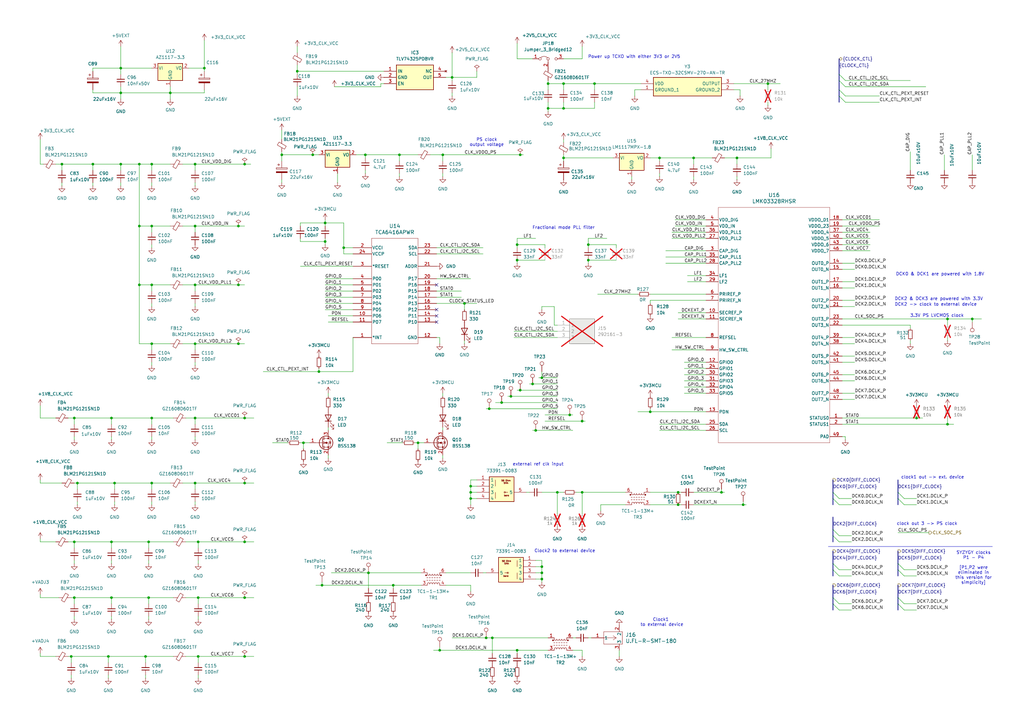
<source format=kicad_sch>
(kicad_sch (version 20250114) (generator "eeschema") (generator_version "9.0")
  (paper "A3")
  (title_block (title "NASR-M") (date "2025-09-22") (rev "D 0.9.4") (company "electrodyssey.net") (comment 1 "Onboard clock generator with optional external synchronization") (comment 2 "(c) Nazim 2025") (comment 3 "Author: Nazim Aghabayov") (comment 4 "SYZYGY Carrier Mainboard") (comment 5 "rel: Fletched Bustard"))
  (bus_alias "DIFF_CLOCK" (members "DCLK_P" "DCLK_N"))
  (text "Clock1\n to external device" (at 271.018 255.27 0) (effects (font (size 1.27 1.27))))
  (text "DCK2 -> clock to external device" (at 383.794 124.968 0) (effects (font (size 1.27 1.27))))
  (text "DCK2 & DCK3 are powered with 3.3V\n" (at 385.064 122.682 0) (effects (font (size 1.27 1.27))))
  (text "Power up TCXO with either 3V3 or 2V5" (at 260.096 23.368 0) (effects (font (size 1.27 1.27))))
  (text "Clock2 to external device" (at 231.648 226.06 0) (effects (font (size 1.27 1.27))))
  (text "SYZYGY clocks\nP1 - P4\n\n[P1,P2 were\neliminated in\nthis version for\nsimplicity]" (at 399.288 232.918 0) (effects (font (size 1.27 1.27))))
  (text "DCK0 & DCK1 are powered with 1.8V\n" (at 385.572 112.522 0) (effects (font (size 1.27 1.27))))
  (text "PS clock\noutput voltage" (at 199.644 58.42 0) (effects (font (size 1.27 1.27))))
  (text "clock1 out -> ext. device" (at 382.524 195.834 0) (effects (font (size 1.27 1.27))))
  (text "external ref clk input" (at 220.726 190.5 0) (effects (font (size 1.27 1.27))))
  (text "clock out 3 -> PS clock" (at 380.238 214.884 0) (effects (font (size 1.27 1.27))))
  (text "Fractional mode PLL filter" (at 231.14 93.472 0) (effects (font (size 1.27 1.27))))
  (text "3.3V PS LVCMOS clock" (at 384.302 129.54 0) (effects (font (size 1.27 1.27))))
  (junction (at 57.15 92.71))
  (junction (at 266.7 168.91))
  (junction (at 128.27 63.5))
  (junction (at 100.33 222.25))
  (junction (at 190.5 124.46))
  (junction (at 200.66 167.64))
  (junction (at 193.04 201.93))
  (junction (at 130.81 152.4))
  (junction (at 241.3 106.68))
  (junction (at 81.28 245.11))
  (junction (at 241.3 100.33))
  (junction (at 149.86 63.5))
  (junction (at 38.1 67.31))
  (junction (at 124.46 181.61))
  (junction (at 132.08 240.03))
  (junction (at 185.42 31.75))
  (junction (at 100.33 198.12))
  (junction (at 140.97 101.6))
  (junction (at 62.23 67.31))
  (junction (at 314.96 34.29))
  (junction (at 49.53 67.31))
  (junction (at 97.79 116.84))
  (junction (at 278.13 207.01))
  (junction (at 222.25 237.49))
  (junction (at 121.92 29.21))
  (junction (at 80.01 67.31))
  (junction (at 80.01 116.84))
  (junction (at 228.6 201.93))
  (junction (at 212.09 266.7))
  (junction (at 62.23 92.71))
  (junction (at 29.21 269.24))
  (junction (at 222.25 232.41))
  (junction (at 30.48 245.11))
  (junction (at 81.28 222.25))
  (junction (at 69.85 38.1))
  (junction (at 231.14 64.77))
  (junction (at 212.09 106.68))
  (junction (at 80.01 198.12))
  (junction (at 238.76 172.72))
  (junction (at 388.62 173.99))
  (junction (at 201.93 261.62))
  (junction (at 62.23 171.45))
  (junction (at 161.29 240.03))
  (junction (at 60.96 222.25))
  (junction (at 59.69 269.24))
  (junction (at 97.79 140.97))
  (junction (at 100.33 269.24))
  (junction (at 270.51 64.77))
  (junction (at 31.75 198.12))
  (junction (at 181.61 63.5))
  (junction (at 213.36 160.02))
  (junction (at 30.48 171.45))
  (junction (at 81.28 269.24))
  (junction (at 375.92 171.45))
  (junction (at 163.83 63.5))
  (junction (at 180.34 266.7))
  (junction (at 193.04 199.39))
  (junction (at 62.23 140.97))
  (junction (at 398.78 130.81))
  (junction (at 97.79 92.71))
  (junction (at 233.68 170.18))
  (junction (at 224.79 44.45))
  (junction (at 100.33 245.11))
  (junction (at 49.53 38.1))
  (junction (at 304.8 207.01))
  (junction (at 224.79 34.29))
  (junction (at 199.39 261.62))
  (junction (at 57.15 116.84))
  (junction (at 193.04 204.47))
  (junction (at 80.01 92.71))
  (junction (at 46.99 198.12))
  (junction (at 243.84 34.29))
  (junction (at 231.14 34.29))
  (junction (at 133.35 91.44))
  (junction (at 60.96 245.11))
  (junction (at 80.01 140.97))
  (junction (at 49.53 27.94))
  (junction (at 100.33 67.31))
  (junction (at 115.57 63.5))
  (junction (at 222.25 234.95))
  (junction (at 44.45 269.24))
  (junction (at 212.09 100.33))
  (junction (at 219.71 176.53))
  (junction (at 205.74 165.1))
  (junction (at 222.25 154.94))
  (junction (at 231.14 44.45))
  (junction (at 284.48 64.77))
  (junction (at 151.13 234.95))
  (junction (at 171.45 181.61))
  (junction (at 133.35 99.06))
  (junction (at 209.55 162.56))
  (junction (at 57.15 67.31))
  (junction (at 213.36 63.5))
  (junction (at 25.4 67.31))
  (junction (at 45.72 171.45))
  (junction (at 388.62 130.81))
  (junction (at 100.33 171.45))
  (junction (at 62.23 198.12))
  (junction (at 30.48 222.25))
  (junction (at 238.76 201.93))
  (junction (at 45.72 245.11))
  (junction (at 302.26 64.77))
  (junction (at 83.82 27.94))
  (junction (at 62.23 116.84))
  (junction (at 295.91 201.93))
  (junction (at 278.13 201.93))
  (junction (at 45.72 222.25))
  (junction (at 218.44 157.48))
  (junction (at 80.01 171.45))
  (no_connect (at 179.07 129.54))
  (no_connect (at 179.07 127))
  (no_connect (at 179.07 116.84))
  (no_connect (at 179.07 132.08))
  (bus_entry (at 368.3 204.47) (size 2.54 2.54))
  (bus_entry (at 368.3 231.14) (size 2.54 2.54))
  (bus_entry (at 368.3 201.93) (size 2.54 2.54))
  (bus_entry (at 344.17 33.02) (size 2.54 2.54))
  (bus_entry (at 344.17 36.83) (size 2.54 2.54))
  (bus_entry (at 368.3 233.68) (size 2.54 2.54))
  (bus_entry (at 341.63 231.14) (size 2.54 2.54))
  (bus_entry (at 368.3 247.65) (size 2.54 2.54))
  (bus_entry (at 341.63 217.17) (size 2.54 2.54))
  (bus_entry (at 341.63 247.65) (size 2.54 2.54))
  (bus_entry (at 341.63 204.47) (size 2.54 2.54))
  (bus_entry (at 344.17 30.48) (size 2.54 2.54))
  (bus_entry (at 368.3 245.11) (size 2.54 2.54))
  (bus_entry (at 341.63 201.93) (size 2.54 2.54))
  (bus_entry (at 344.17 39.37) (size 2.54 2.54))
  (bus_entry (at 341.63 233.68) (size 2.54 2.54))
  (bus_entry (at 341.63 219.71) (size 2.54 2.54))
  (bus_entry (at 341.63 245.11) (size 2.54 2.54))
  (wire (pts (xy 74.93 92.71) (xy 80.01 92.71)))
  (wire (pts (xy 302.26 64.77) (xy 302.26 67.31)))
  (wire (pts (xy 370.84 236.22) (xy 375.92 236.22)))
  (bus (pts (xy 341.63 240.03) (xy 341.63 245.11)))
  (wire (pts (xy 38.1 38.1) (xy 49.53 38.1)))
  (wire (pts (xy 62.23 101.6) (xy 62.23 100.33)))
  (wire (pts (xy 273.05 107.95) (xy 289.56 107.95)))
  (wire (pts (xy 219.71 176.53) (xy 234.95 176.53)))
  (wire (pts (xy 83.82 38.1) (xy 83.82 36.83)))
  (wire (pts (xy 284.48 201.93) (xy 295.91 201.93)))
  (wire (pts (xy 316.23 64.77) (xy 302.26 64.77)))
  (wire (pts (xy 262.89 36.83) (xy 260.35 36.83)))
  (wire (pts (xy 314.96 43.18) (xy 314.96 41.91)))
  (wire (pts (xy 27.94 171.45) (xy 30.48 171.45)))
  (wire (pts (xy 133.35 124.46) (xy 144.78 124.46)))
  (wire (pts (xy 344.17 236.22) (xy 349.25 236.22)))
  (wire (pts (xy 345.44 161.29) (xy 350.52 161.29)))
  (wire (pts (xy 107.95 152.4) (xy 130.81 152.4)))
  (wire (pts (xy 44.45 269.24) (xy 59.69 269.24)))
  (wire (pts (xy 228.6 201.93) (xy 231.14 201.93)))
  (wire (pts (xy 29.21 269.24) (xy 29.21 271.78)))
  (wire (pts (xy 133.35 114.3) (xy 144.78 114.3)))
  (wire (pts (xy 124.46 181.61) (xy 127 181.61)))
  (wire (pts (xy 57.15 116.84) (xy 57.15 140.97)))
  (wire (pts (xy 74.93 67.31) (xy 80.01 67.31)))
  (wire (pts (xy 266.7 123.19) (xy 289.56 123.19)))
  (wire (pts (xy 44.45 269.24) (xy 44.45 271.78)))
  (wire (pts (xy 345.44 133.35) (xy 373.38 133.35)))
  (wire (pts (xy 213.36 63.5) (xy 214.63 63.5)))
  (wire (pts (xy 16.51 269.24) (xy 22.86 269.24)))
  (wire (pts (xy 278.13 201.93) (xy 279.4 201.93)))
  (wire (pts (xy 284.48 64.77) (xy 292.1 64.77)))
  (wire (pts (xy 375.92 171.45) (xy 378.46 171.45)))
  (wire (pts (xy 121.92 26.67) (xy 121.92 29.21)))
  (wire (pts (xy 163.83 72.39) (xy 163.83 71.12)))
  (wire (pts (xy 161.29 240.03) (xy 161.29 241.3)))
  (wire (pts (xy 59.69 269.24) (xy 71.12 269.24)))
  (wire (pts (xy 44.45 278.13) (xy 44.45 276.86)))
  (wire (pts (xy 124.46 181.61) (xy 124.46 184.15)))
  (wire (pts (xy 275.59 95.25) (xy 289.56 95.25)))
  (wire (pts (xy 182.88 234.95) (xy 193.04 234.95)))
  (wire (pts (xy 80.01 171.45) (xy 80.01 173.99)))
  (wire (pts (xy 222.25 237.49) (xy 222.25 238.76)))
  (wire (pts (xy 38.1 27.94) (xy 49.53 27.94)))
  (wire (pts (xy 201.93 261.62) (xy 224.79 261.62)))
  (bus (pts (xy 368.3 233.68) (xy 368.3 236.22)))
  (wire (pts (xy 224.79 41.91) (xy 224.79 44.45)))
  (wire (pts (xy 243.84 34.29) (xy 243.84 36.83)))
  (wire (pts (xy 218.44 157.48) (xy 228.6 157.48)))
  (wire (pts (xy 238.76 201.93) (xy 256.54 201.93)))
  (wire (pts (xy 59.69 269.24) (xy 59.69 271.78)))
  (wire (pts (xy 193.04 240.03) (xy 193.04 242.57)))
  (wire (pts (xy 163.83 63.5) (xy 163.83 66.04)))
  (wire (pts (xy 80.01 198.12) (xy 100.33 198.12)))
  (wire (pts (xy 29.21 245.11) (xy 30.48 245.11)))
  (wire (pts (xy 243.84 41.91) (xy 243.84 44.45)))
  (wire (pts (xy 212.09 160.02) (xy 213.36 160.02)))
  (wire (pts (xy 45.72 222.25) (xy 45.72 224.79)))
  (wire (pts (xy 273.05 102.87) (xy 289.56 102.87)))
  (wire (pts (xy 219.71 232.41) (xy 222.25 232.41)))
  (wire (pts (xy 370.84 204.47) (xy 375.92 204.47)))
  (wire (pts (xy 179.07 121.92) (xy 189.23 121.92)))
  (wire (pts (xy 38.1 67.31) (xy 38.1 69.85)))
  (wire (pts (xy 179.07 138.43) (xy 180.34 138.43)))
  (wire (pts (xy 97.79 116.84) (xy 100.33 116.84)))
  (wire (pts (xy 59.69 278.13) (xy 59.69 276.86)))
  (wire (pts (xy 81.28 231.14) (xy 81.28 229.87)))
  (wire (pts (xy 238.76 172.72) (xy 240.03 172.72)))
  (wire (pts (xy 241.3 107.95) (xy 241.3 106.68)))
  (wire (pts (xy 80.01 171.45) (xy 100.33 171.45)))
  (wire (pts (xy 227.33 125.73) (xy 222.25 125.73)))
  (wire (pts (xy 45.72 231.14) (xy 45.72 229.87)))
  (wire (pts (xy 398.78 63.5) (xy 398.78 69.85)))
  (wire (pts (xy 231.14 34.29) (xy 243.84 34.29)))
  (wire (pts (xy 133.35 90.17) (xy 133.35 91.44)))
  (wire (pts (xy 30.48 231.14) (xy 30.48 229.87)))
  (wire (pts (xy 25.4 76.2) (xy 25.4 74.93)))
  (wire (pts (xy 234.95 261.62) (xy 236.22 261.62)))
  (wire (pts (xy 74.93 140.97) (xy 80.01 140.97)))
  (wire (pts (xy 219.71 229.87) (xy 222.25 229.87)))
  (bus (pts (xy 368.3 245.11) (xy 368.3 247.65)))
  (wire (pts (xy 273.05 105.41) (xy 289.56 105.41)))
  (wire (pts (xy 280.67 151.13) (xy 289.56 151.13)))
  (wire (pts (xy 62.23 140.97) (xy 62.23 143.51)))
  (wire (pts (xy 144.78 101.6) (xy 140.97 101.6)))
  (wire (pts (xy 275.59 138.43) (xy 289.56 138.43)))
  (wire (pts (xy 304.8 207.01) (xy 306.07 207.01)))
  (wire (pts (xy 134.62 132.08) (xy 144.78 132.08)))
  (wire (pts (xy 182.88 31.75) (xy 185.42 31.75)))
  (wire (pts (xy 80.01 67.31) (xy 100.33 67.31)))
  (wire (pts (xy 222.25 232.41) (xy 222.25 234.95)))
  (wire (pts (xy 345.44 171.45) (xy 375.92 171.45)))
  (wire (pts (xy 266.7 124.46) (xy 266.7 123.19)))
  (wire (pts (xy 30.48 171.45) (xy 30.48 173.99)))
  (wire (pts (xy 278.13 130.81) (xy 289.56 130.81)))
  (wire (pts (xy 270.51 71.12) (xy 270.51 72.39)))
  (wire (pts (xy 60.96 245.11) (xy 60.96 247.65)))
  (wire (pts (xy 388.62 130.81) (xy 388.62 133.35)))
  (wire (pts (xy 280.67 156.21) (xy 289.56 156.21)))
  (wire (pts (xy 344.17 250.19) (xy 349.25 250.19)))
  (wire (pts (xy 346.71 35.56) (xy 379.73 35.56)))
  (wire (pts (xy 212.09 100.33) (xy 212.09 101.6)))
  (wire (pts (xy 345.44 92.71) (xy 360.68 92.71)))
  (wire (pts (xy 238.76 24.13) (xy 231.14 24.13)))
  (wire (pts (xy 111.76 181.61) (xy 118.11 181.61)))
  (wire (pts (xy 158.75 181.61) (xy 165.1 181.61)))
  (wire (pts (xy 246.38 207.01) (xy 246.38 209.55)))
  (wire (pts (xy 193.04 199.39) (xy 195.58 199.39)))
  (wire (pts (xy 227.33 133.35) (xy 227.33 125.73)))
  (wire (pts (xy 345.44 102.87) (xy 356.87 102.87)))
  (wire (pts (xy 80.01 198.12) (xy 80.01 200.66)))
  (wire (pts (xy 185.42 261.62) (xy 199.39 261.62)))
  (wire (pts (xy 345.44 95.25) (xy 356.87 95.25)))
  (wire (pts (xy 45.72 245.11) (xy 60.96 245.11)))
  (wire (pts (xy 69.85 38.1) (xy 83.82 38.1)))
  (wire (pts (xy 284.48 73.66) (xy 284.48 72.39)))
  (wire (pts (xy 266.7 207.01) (xy 278.13 207.01)))
  (wire (pts (xy 140.97 101.6) (xy 140.97 104.14)))
  (wire (pts (xy 193.04 196.85) (xy 193.04 199.39)))
  (wire (pts (xy 62.23 207.01) (xy 62.23 205.74)))
  (wire (pts (xy 57.15 92.71) (xy 62.23 92.71)))
  (wire (pts (xy 346.71 33.02) (xy 373.38 33.02)))
  (wire (pts (xy 31.75 198.12) (xy 31.75 200.66)))
  (wire (pts (xy 387.35 63.5) (xy 387.35 69.85)))
  (wire (pts (xy 280.67 158.75) (xy 289.56 158.75)))
  (wire (pts (xy 129.54 240.03) (xy 132.08 240.03)))
  (wire (pts (xy 209.55 162.56) (xy 228.6 162.56)))
  (wire (pts (xy 146.05 63.5) (xy 149.86 63.5)))
  (wire (pts (xy 46.99 198.12) (xy 62.23 198.12)))
  (wire (pts (xy 345.44 100.33) (xy 356.87 100.33)))
  (wire (pts (xy 16.51 67.31) (xy 16.51 57.15)))
  (wire (pts (xy 74.93 116.84) (xy 80.01 116.84)))
  (wire (pts (xy 193.04 204.47) (xy 193.04 207.01)))
  (wire (pts (xy 74.93 198.12) (xy 80.01 198.12)))
  (wire (pts (xy 80.01 125.73) (xy 80.01 124.46)))
  (wire (pts (xy 388.62 171.45) (xy 388.62 173.99)))
  (wire (pts (xy 243.84 44.45) (xy 231.14 44.45)))
  (wire (pts (xy 205.74 165.1) (xy 228.6 165.1)))
  (wire (pts (xy 156.21 35.56) (xy 156.21 34.29)))
  (wire (pts (xy 228.6 133.35) (xy 227.33 133.35)))
  (wire (pts (xy 280.67 153.67) (xy 289.56 153.67)))
  (wire (pts (xy 241.3 106.68) (xy 252.73 106.68)))
  (wire (pts (xy 195.58 196.85) (xy 193.04 196.85)))
  (wire (pts (xy 193.04 201.93) (xy 195.58 201.93)))
  (wire (pts (xy 388.62 173.99) (xy 391.16 173.99)))
  (wire (pts (xy 254 266.7) (xy 254 269.24)))
  (wire (pts (xy 344.17 204.47) (xy 349.25 204.47)))
  (wire (pts (xy 245.11 120.65) (xy 261.62 120.65)))
  (wire (pts (xy 238.76 266.7) (xy 238.76 269.24)))
  (wire (pts (xy 241.3 261.62) (xy 242.57 261.62)))
  (wire (pts (xy 219.71 237.49) (xy 222.25 237.49)))
  (wire (pts (xy 181.61 72.39) (xy 181.61 71.12)))
  (wire (pts (xy 133.35 121.92) (xy 144.78 121.92)))
  (wire (pts (xy 100.33 245.11) (xy 104.14 245.11)))
  (wire (pts (xy 398.78 130.81) (xy 402.59 130.81)))
  (wire (pts (xy 31.75 207.01) (xy 31.75 205.74)))
  (wire (pts (xy 185.42 31.75) (xy 185.42 33.02)))
  (wire (pts (xy 38.1 36.83) (xy 38.1 38.1)))
  (wire (pts (xy 241.3 97.79) (xy 248.92 97.79)))
  (wire (pts (xy 62.23 149.86) (xy 62.23 148.59)))
  (wire (pts (xy 231.14 34.29) (xy 224.79 34.29)))
  (wire (pts (xy 345.44 125.73) (xy 350.52 125.73)))
  (wire (pts (xy 115.57 62.23) (xy 115.57 63.5)))
  (wire (pts (xy 80.01 149.86) (xy 80.01 148.59)))
  (wire (pts (xy 231.14 58.42) (xy 231.14 57.15)))
  (bus (pts (xy 341.63 226.06) (xy 341.63 231.14)))
  (wire (pts (xy 345.44 146.05) (xy 350.52 146.05)))
  (wire (pts (xy 16.51 198.12) (xy 25.4 198.12)))
  (wire (pts (xy 49.53 67.31) (xy 57.15 67.31)))
  (wire (pts (xy 46.99 198.12) (xy 46.99 200.66)))
  (wire (pts (xy 30.48 222.25) (xy 45.72 222.25)))
  (wire (pts (xy 133.35 91.44) (xy 123.19 91.44)))
  (wire (pts (xy 62.23 140.97) (xy 57.15 140.97)))
  (wire (pts (xy 80.01 140.97) (xy 80.01 143.51)))
  (wire (pts (xy 31.75 198.12) (xy 46.99 198.12)))
  (wire (pts (xy 373.38 62.23) (xy 373.38 69.85)))
  (wire (pts (xy 57.15 92.71) (xy 57.15 116.84)))
  (wire (pts (xy 49.53 38.1) (xy 49.53 40.64)))
  (wire (pts (xy 246.38 207.01) (xy 256.54 207.01)))
  (wire (pts (xy 346.71 41.91) (xy 360.68 41.91)))
  (wire (pts (xy 345.44 123.19) (xy 350.52 123.19)))
  (wire (pts (xy 177.8 266.7) (xy 180.34 266.7)))
  (wire (pts (xy 135.89 234.95) (xy 151.13 234.95)))
  (wire (pts (xy 49.53 76.2) (xy 49.53 74.93)))
  (wire (pts (xy 163.83 63.5) (xy 171.45 63.5)))
  (wire (pts (xy 212.09 24.13) (xy 218.44 24.13)))
  (bus (pts (xy 368.3 204.47) (xy 368.3 207.01)))
  (wire (pts (xy 179.07 119.38) (xy 189.23 119.38)))
  (wire (pts (xy 345.44 110.49) (xy 350.52 110.49)))
  (wire (pts (xy 281.94 115.57) (xy 289.56 115.57)))
  (wire (pts (xy 134.62 161.29) (xy 134.62 162.56)))
  (wire (pts (xy 62.23 92.71) (xy 69.85 92.71)))
  (wire (pts (xy 280.67 161.29) (xy 289.56 161.29)))
  (wire (pts (xy 193.04 201.93) (xy 193.04 204.47)))
  (wire (pts (xy 270.51 64.77) (xy 270.51 66.04)))
  (bus (pts (xy 344.17 33.02) (xy 344.17 36.83)))
  (wire (pts (xy 238.76 19.05) (xy 238.76 24.13)))
  (wire (pts (xy 210.82 135.89) (xy 228.6 135.89)))
  (wire (pts (xy 30.48 171.45) (xy 45.72 171.45)))
  (wire (pts (xy 190.5 124.46) (xy 190.5 127)))
  (wire (pts (xy 199.39 167.64) (xy 200.66 167.64)))
  (wire (pts (xy 223.52 101.6) (xy 223.52 100.33)))
  (wire (pts (xy 300.99 34.29) (xy 314.96 34.29)))
  (wire (pts (xy 115.57 63.5) (xy 128.27 63.5)))
  (bus (pts (xy 341.63 204.47) (xy 341.63 207.01)))
  (wire (pts (xy 62.23 67.31) (xy 62.23 69.85)))
  (wire (pts (xy 132.08 238.76) (xy 132.08 240.03)))
  (wire (pts (xy 45.72 180.34) (xy 45.72 179.07)))
  (wire (pts (xy 80.01 92.71) (xy 97.79 92.71)))
  (bus (pts (xy 344.17 39.37) (xy 344.17 41.91)))
  (wire (pts (xy 344.17 207.01) (xy 349.25 207.01)))
  (wire (pts (xy 345.44 153.67) (xy 350.52 153.67)))
  (wire (pts (xy 370.84 247.65) (xy 375.92 247.65)))
  (wire (pts (xy 62.23 125.73) (xy 62.23 124.46)))
  (wire (pts (xy 224.79 44.45) (xy 224.79 45.72)))
  (wire (pts (xy 62.23 116.84) (xy 69.85 116.84)))
  (wire (pts (xy 38.1 67.31) (xy 49.53 67.31)))
  (wire (pts (xy 45.72 222.25) (xy 60.96 222.25)))
  (wire (pts (xy 200.66 167.64) (xy 228.6 167.64)))
  (wire (pts (xy 223.52 170.18) (xy 233.68 170.18)))
  (wire (pts (xy 80.01 76.2) (xy 80.01 74.93)))
  (bus (pts (xy 344.17 36.83) (xy 344.17 39.37)))
  (wire (pts (xy 345.44 148.59) (xy 350.52 148.59)))
  (wire (pts (xy 345.44 130.81) (xy 388.62 130.81)))
  (wire (pts (xy 151.13 234.95) (xy 172.72 234.95)))
  (wire (pts (xy 123.19 92.71) (xy 123.19 91.44)))
  (wire (pts (xy 222.25 154.94) (xy 228.6 154.94)))
  (wire (pts (xy 30.48 180.34) (xy 30.48 179.07)))
  (bus (pts (xy 341.63 212.09) (xy 341.63 217.17)))
  (wire (pts (xy 219.71 234.95) (xy 222.25 234.95)))
  (wire (pts (xy 60.96 245.11) (xy 71.12 245.11)))
  (wire (pts (xy 16.51 220.98) (xy 16.51 222.25)))
  (wire (pts (xy 115.57 57.15) (xy 115.57 53.34)))
  (wire (pts (xy 123.19 99.06) (xy 133.35 99.06)))
  (wire (pts (xy 181.61 186.69) (xy 181.61 187.96)))
  (wire (pts (xy 16.51 267.97) (xy 16.51 269.24)))
  (wire (pts (xy 100.33 198.12) (xy 104.14 198.12)))
  (wire (pts (xy 133.35 119.38) (xy 144.78 119.38)))
  (wire (pts (xy 133.35 91.44) (xy 133.35 92.71)))
  (wire (pts (xy 208.28 162.56) (xy 209.55 162.56)))
  (wire (pts (xy 97.79 140.97) (xy 100.33 140.97)))
  (wire (pts (xy 281.94 113.03) (xy 289.56 113.03)))
  (wire (pts (xy 222.25 201.93) (xy 228.6 201.93)))
  (wire (pts (xy 161.29 240.03) (xy 172.72 240.03)))
  (wire (pts (xy 182.88 240.03) (xy 193.04 240.03)))
  (wire (pts (xy 180.34 138.43) (xy 180.34 140.97)))
  (wire (pts (xy 62.23 140.97) (xy 69.85 140.97)))
  (wire (pts (xy 62.23 92.71) (xy 62.23 95.25)))
  (wire (pts (xy 345.44 138.43) (xy 350.52 138.43)))
  (wire (pts (xy 140.97 91.44) (xy 133.35 91.44)))
  (wire (pts (xy 97.79 92.71) (xy 100.33 92.71)))
  (wire (pts (xy 241.3 97.79) (xy 241.3 100.33)))
  (wire (pts (xy 217.17 201.93) (xy 215.9 201.93)))
  (wire (pts (xy 270.51 64.77) (xy 284.48 64.77)))
  (wire (pts (xy 133.35 97.79) (xy 133.35 99.06)))
  (wire (pts (xy 345.44 173.99) (xy 388.62 173.99)))
  (wire (pts (xy 222.25 229.87) (xy 222.25 232.41)))
  (wire (pts (xy 80.01 92.71) (xy 80.01 95.25)))
  (wire (pts (xy 223.52 172.72) (xy 238.76 172.72)))
  (wire (pts (xy 295.91 200.66) (xy 295.91 201.93)))
  (wire (pts (xy 81.28 222.25) (xy 100.33 222.25)))
  (wire (pts (xy 231.14 64.77) (xy 251.46 64.77)))
  (wire (pts (xy 210.82 138.43) (xy 228.6 138.43)))
  (wire (pts (xy 132.08 240.03) (xy 161.29 240.03)))
  (wire (pts (xy 30.48 245.11) (xy 30.48 247.65)))
  (wire (pts (xy 370.84 207.01) (xy 375.92 207.01)))
  (wire (pts (xy 134.62 175.26) (xy 134.62 176.53)))
  (wire (pts (xy 266.7 201.93) (xy 278.13 201.93)))
  (wire (pts (xy 137.16 35.56) (xy 156.21 35.56)))
  (wire (pts (xy 295.91 201.93) (xy 297.18 201.93)))
  (wire (pts (xy 224.79 33.02) (xy 224.79 34.29)))
  (wire (pts (xy 57.15 67.31) (xy 57.15 92.71)))
  (wire (pts (xy 121.92 29.21) (xy 157.48 29.21)))
  (wire (pts (xy 81.28 245.11) (xy 81.28 247.65)))
  (wire (pts (xy 140.97 104.14) (xy 144.78 104.14)))
  (bus (pts (xy 368.3 196.85) (xy 368.3 201.93)))
  (wire (pts (xy 45.72 171.45) (xy 45.72 173.99)))
  (wire (pts (xy 121.92 19.05) (xy 121.92 21.59)))
  (wire (pts (xy 25.4 67.31) (xy 38.1 67.31)))
  (wire (pts (xy 179.07 124.46) (xy 190.5 124.46)))
  (wire (pts (xy 345.44 90.17) (xy 360.68 90.17)))
  (wire (pts (xy 346.71 39.37) (xy 360.68 39.37)))
  (wire (pts (xy 76.2 245.11) (xy 81.28 245.11)))
  (wire (pts (xy 62.23 198.12) (xy 62.23 200.66)))
  (wire (pts (xy 80.01 180.34) (xy 80.01 179.07)))
  (bus (pts (xy 341.63 201.93) (xy 341.63 204.47)))
  (wire (pts (xy 345.44 115.57) (xy 350.52 115.57)))
  (wire (pts (xy 370.84 250.19) (xy 375.92 250.19)))
  (wire (pts (xy 345.44 97.79) (xy 356.87 97.79)))
  (bus (pts (xy 368.3 231.14) (xy 368.3 233.68)))
  (wire (pts (xy 100.33 67.31) (xy 102.87 67.31)))
  (wire (pts (xy 49.53 67.31) (xy 49.53 69.85)))
  (wire (pts (xy 80.01 67.31) (xy 80.01 69.85)))
  (wire (pts (xy 128.27 63.5) (xy 130.81 63.5)))
  (wire (pts (xy 133.35 99.06) (xy 133.35 100.33)))
  (wire (pts (xy 266.7 167.64) (xy 266.7 168.91)))
  (bus (pts (xy 341.63 231.14) (xy 341.63 233.68)))
  (wire (pts (xy 398.78 132.08) (xy 398.78 130.81)))
  (wire (pts (xy 243.84 34.29) (xy 262.89 34.29)))
  (bus (pts (xy 344.17 30.48) (xy 344.17 33.02)))
  (wire (pts (xy 252.73 101.6) (xy 252.73 100.33)))
  (wire (pts (xy 231.14 36.83) (xy 231.14 34.29)))
  (wire (pts (xy 275.59 143.51) (xy 289.56 143.51)))
  (wire (pts (xy 156.21 34.29) (xy 157.48 34.29)))
  (wire (pts (xy 130.81 152.4) (xy 144.78 152.4)))
  (wire (pts (xy 212.09 97.79) (xy 219.71 97.79)))
  (wire (pts (xy 49.53 38.1) (xy 69.85 38.1)))
  (wire (pts (xy 259.08 73.66) (xy 259.08 72.39)))
  (wire (pts (xy 303.53 39.37) (xy 303.53 36.83)))
  (wire (pts (xy 280.67 148.59) (xy 289.56 148.59)))
  (wire (pts (xy 123.19 109.22) (xy 144.78 109.22)))
  (wire (pts (xy 368.3 218.44) (xy 381 218.44)))
  (wire (pts (xy 345.44 140.97) (xy 350.52 140.97)))
  (wire (pts (xy 45.72 245.11) (xy 45.72 247.65)))
  (bus (pts (xy 341.63 245.11) (xy 341.63 247.65)))
  (wire (pts (xy 297.18 64.77) (xy 302.26 64.77)))
  (wire (pts (xy 344.17 247.65) (xy 349.25 247.65)))
  (wire (pts (xy 345.44 179.07) (xy 346.71 179.07)))
  (wire (pts (xy 345.44 107.95) (xy 350.52 107.95)))
  (wire (pts (xy 212.09 97.79) (xy 212.09 100.33)))
  (wire (pts (xy 22.86 67.31) (xy 25.4 67.31)))
  (wire (pts (xy 241.3 100.33) (xy 241.3 101.6)))
  (wire (pts (xy 62.23 171.45) (xy 71.12 171.45)))
  (wire (pts (xy 212.09 266.7) (xy 224.79 266.7)))
  (wire (pts (xy 17.78 67.31) (xy 16.51 67.31)))
  (wire (pts (xy 171.45 184.15) (xy 171.45 181.61)))
  (wire (pts (xy 83.82 27.94) (xy 83.82 29.21)))
  (wire (pts (xy 220.98 154.94) (xy 222.25 154.94)))
  (wire (pts (xy 212.09 100.33) (xy 223.52 100.33)))
  (wire (pts (xy 266.7 64.77) (xy 270.51 64.77)))
  (wire (pts (xy 134.62 129.54) (xy 144.78 129.54)))
  (wire (pts (xy 231.14 64.77) (xy 231.14 66.04)))
  (wire (pts (xy 121.92 29.21) (xy 121.92 30.48)))
  (wire (pts (xy 81.28 269.24) (xy 100.33 269.24)))
  (wire (pts (xy 373.38 133.35) (xy 373.38 134.62)))
  (wire (pts (xy 284.48 64.77) (xy 284.48 67.31)))
  (wire (pts (xy 179.07 114.3) (xy 193.04 114.3)))
  (wire (pts (xy 49.53 35.56) (xy 49.53 38.1)))
  (wire (pts (xy 212.09 266.7) (xy 212.09 267.97)))
  (wire (pts (xy 81.28 245.11) (xy 100.33 245.11)))
  (wire (pts (xy 123.19 181.61) (xy 124.46 181.61)))
  (wire (pts (xy 80.01 116.84) (xy 97.79 116.84)))
  (wire (pts (xy 57.15 116.84) (xy 62.23 116.84)))
  (wire (pts (xy 185.42 21.59) (xy 185.42 31.75)))
  (wire (pts (xy 80.01 140.97) (xy 97.79 140.97)))
  (wire (pts (xy 231.14 41.91) (xy 231.14 44.45)))
  (wire (pts (xy 181.61 63.5) (xy 181.61 66.04)))
  (wire (pts (xy 25.4 67.31) (xy 25.4 69.85)))
  (wire (pts (xy 76.2 171.45) (xy 80.01 171.45)))
  (wire (pts (xy 30.48 245.11) (xy 45.72 245.11)))
  (wire (pts (xy 69.85 35.56) (xy 69.85 38.1)))
  (wire (pts (xy 16.51 245.11) (xy 24.13 245.11)))
  (wire (pts (xy 234.95 266.7) (xy 238.76 266.7)))
  (wire (pts (xy 138.43 74.93) (xy 138.43 71.12)))
  (wire (pts (xy 218.44 176.53) (xy 219.71 176.53)))
  (wire (pts (xy 304.8 205.74) (xy 304.8 207.01)))
  (wire (pts (xy 27.94 222.25) (xy 30.48 222.25)))
  (bus (pts (xy 341.63 233.68) (xy 341.63 236.22)))
  (wire (pts (xy 346.71 179.07) (xy 346.71 180.34)))
  (wire (pts (xy 16.51 243.84) (xy 16.51 245.11)))
  (wire (pts (xy 123.19 97.79) (xy 123.19 99.06)))
  (wire (pts (xy 130.81 152.4) (xy 130.81 151.13)))
  (wire (pts (xy 199.39 261.62) (xy 201.93 261.62)))
  (wire (pts (xy 302.26 73.66) (xy 302.26 72.39)))
  (wire (pts (xy 16.51 222.25) (xy 22.86 222.25)))
  (wire (pts (xy 266.7 120.65) (xy 289.56 120.65)))
  (wire (pts (xy 222.25 234.95) (xy 222.25 237.49)))
  (wire (pts (xy 233.68 170.18) (xy 234.95 170.18)))
  (bus (pts (xy 341.63 217.17) (xy 341.63 219.71)))
  (wire (pts (xy 171.45 181.61) (xy 173.99 181.61)))
  (wire (pts (xy 16.51 171.45) (xy 22.86 171.45)))
  (wire (pts (xy 345.44 118.11) (xy 350.52 118.11)))
  (wire (pts (xy 115.57 63.5) (xy 115.57 66.04)))
  (wire (pts (xy 212.09 17.78) (xy 212.09 24.13)))
  (wire (pts (xy 27.94 269.24) (xy 29.21 269.24)))
  (wire (pts (xy 80.01 116.84) (xy 80.01 119.38)))
  (wire (pts (xy 276.86 90.17) (xy 289.56 90.17)))
  (wire (pts (xy 373.38 140.97) (xy 373.38 139.7)))
  (wire (pts (xy 16.51 166.37) (xy 16.51 171.45)))
  (wire (pts (xy 57.15 67.31) (xy 62.23 67.31)))
  (wire (pts (xy 278.13 207.01) (xy 279.4 207.01)))
  (wire (pts (xy 236.22 201.93) (xy 238.76 201.93)))
  (wire (pts (xy 222.25 125.73) (xy 222.25 127)))
  (wire (pts (xy 195.58 29.21) (xy 195.58 31.75)))
  (wire (pts (xy 344.17 233.68) (xy 349.25 233.68)))
  (wire (pts (xy 228.6 201.93) (xy 228.6 210.82)))
  (bus (pts (xy 341.63 247.65) (xy 341.63 250.19)))
  (wire (pts (xy 83.82 16.51) (xy 83.82 27.94)))
  (wire (pts (xy 314.96 34.29) (xy 320.04 34.29)))
  (wire (pts (xy 181.61 63.5) (xy 213.36 63.5)))
  (wire (pts (xy 276.86 92.71) (xy 289.56 92.71)))
  (wire (pts (xy 203.2 165.1) (xy 205.74 165.1)))
  (wire (pts (xy 133.35 116.84) (xy 144.78 116.84)))
  (wire (pts (xy 238.76 201.93) (xy 238.76 210.82)))
  (wire (pts (xy 212.09 107.95) (xy 212.09 106.68)))
  (wire (pts (xy 30.48 254) (xy 30.48 252.73)))
  (bus (pts (xy 344.17 24.13) (xy 344.17 30.48)))
  (wire (pts (xy 222.25 152.4) (xy 222.25 154.94)))
  (wire (pts (xy 121.92 35.56) (xy 121.92 39.37)))
  (wire (pts (xy 49.53 27.94) (xy 62.23 27.94)))
  (wire (pts (xy 266.7 168.91) (xy 289.56 168.91)))
  (wire (pts (xy 60.96 254) (xy 60.96 252.73)))
  (wire (pts (xy 217.17 157.48) (xy 218.44 157.48)))
  (wire (pts (xy 62.23 180.34) (xy 62.23 179.07)))
  (wire (pts (xy 100.33 171.45) (xy 104.14 171.45)))
  (wire (pts (xy 275.59 97.79) (xy 289.56 97.79)))
  (wire (pts (xy 170.18 181.61) (xy 171.45 181.61)))
  (wire (pts (xy 100.33 269.24) (xy 104.14 269.24)))
  (wire (pts (xy 181.61 175.26) (xy 181.61 176.53)))
  (wire (pts (xy 29.21 269.24) (xy 44.45 269.24)))
  (wire (pts (xy 261.62 168.91) (xy 266.7 168.91)))
  (wire (pts (xy 260.35 36.83) (xy 260.35 39.37)))
  (wire (pts (xy 224.79 34.29) (xy 224.79 36.83)))
  (wire (pts (xy 303.53 36.83) (xy 300.99 36.83)))
  (wire (pts (xy 193.04 204.47) (xy 195.58 204.47)))
  (wire (pts (xy 62.23 171.45) (xy 62.23 173.99)))
  (bus (pts (xy 368.3 201.93) (xy 368.3 204.47)))
  (wire (pts (xy 76.2 222.25) (xy 81.28 222.25)))
  (wire (pts (xy 212.09 106.68) (xy 223.52 106.68)))
  (wire (pts (xy 388.62 139.7) (xy 388.62 138.43)))
  (wire (pts (xy 62.23 198.12) (xy 69.85 198.12)))
  (wire (pts (xy 344.17 219.71) (xy 349.25 219.71)))
  (wire (pts (xy 133.35 127) (xy 144.78 127)))
  (wire (pts (xy 176.53 63.5) (xy 181.61 63.5)))
  (wire (pts (xy 149.86 69.85) (xy 149.86 71.12)))
  (wire (pts (xy 370.84 233.68) (xy 375.92 233.68)))
  (wire (pts (xy 181.61 161.29) (xy 181.61 162.56)))
  (wire (pts (xy 151.13 234.95) (xy 151.13 241.3)))
  (wire (pts (xy 278.13 128.27) (xy 289.56 128.27)))
  (wire (pts (xy 345.44 156.21) (xy 350.52 156.21)))
  (wire (pts (xy 388.62 130.81) (xy 398.78 130.81)))
  (wire (pts (xy 270.51 173.99) (xy 289.56 173.99)))
  (polyline (pts (xy 339.725 224.155) (xy 407.035 224.155)))
  (wire (pts (xy 81.28 254) (xy 81.28 252.73)))
  (wire (pts (xy 69.85 40.64) (xy 69.85 38.1)))
  (wire (pts (xy 62.23 76.2) (xy 62.23 74.93)))
  (wire (pts (xy 29.21 278.13) (xy 29.21 276.86)))
  (wire (pts (xy 30.48 222.25) (xy 30.48 224.79)))
  (wire (pts (xy 60.96 231.14) (xy 60.96 229.87)))
  (wire (pts (xy 190.5 124.46) (xy 195.58 124.46)))
  (wire (pts (xy 49.53 27.94) (xy 49.53 30.48)))
  (bus (pts (xy 368.3 247.65) (xy 368.3 250.19)))
  (wire (pts (xy 38.1 27.94) (xy 38.1 29.21)))
  (wire (pts (xy 100.33 222.25) (xy 104.14 222.25)))
  (wire (pts (xy 149.86 63.5) (xy 149.86 64.77)))
  (wire (pts (xy 76.2 269.24) (xy 81.28 269.24)))
  (wire (pts (xy 81.28 222.25) (xy 81.28 224.79)))
  (bus (pts (xy 368.3 226.06) (xy 368.3 231.14)))
  (wire (pts (xy 38.1 76.2) (xy 38.1 74.93)))
  (wire (pts (xy 241.3 100.33) (xy 252.73 100.33)))
  (wire (pts (xy 149.86 63.5) (xy 163.83 63.5)))
  (wire (pts (xy 284.48 207.01) (xy 304.8 207.01)))
  (wire (pts (xy 140.97 91.44) (xy 140.97 101.6)))
  (wire (pts (xy 45.72 171.45) (xy 62.23 171.45)))
  (wire (pts (xy 213.36 160.02) (xy 228.6 160.02)))
  (wire (pts (xy 115.57 73.66) (xy 115.57 74.93)))
  (wire (pts (xy 62.23 116.84) (xy 62.23 119.38)))
  (wire (pts (xy 60.96 222.25) (xy 71.12 222.25)))
  (wire (pts (xy 46.99 207.01) (xy 46.99 205.74)))
  (wire (pts (xy 180.34 266.7) (xy 212.09 266.7)))
  (wire (pts (xy 81.28 278.13) (xy 81.28 276.86)))
  (wire (pts (xy 198.12 234.95) (xy 199.39 234.95)))
  (wire (pts (xy 30.48 198.12) (xy 31.75 198.12)))
  (wire (pts (xy 16.51 196.85) (xy 16.51 198.12)))
  (wire (pts (xy 81.28 269.24) (xy 81.28 271.78)))
  (wire (pts (xy 190.5 140.97) (xy 190.5 139.7)))
  (bus (pts (xy 368.3 240.03) (xy 368.3 245.11)))
  (wire (pts (xy 179.07 104.14) (xy 198.12 104.14)))
  (wire (pts (xy 201.93 261.62) (xy 201.93 267.97)))
  (wire (pts (xy 45.72 254) (xy 45.72 252.73)))
  (wire (pts (xy 180.34 265.43) (xy 180.34 266.7)))
  (wire (pts (xy 344.17 222.25) (xy 349.25 222.25)))
  (wire (pts (xy 314.96 34.29) (xy 314.96 36.83)))
  (wire (pts (xy 345.44 163.83) (xy 350.52 163.83)))
  (wire (pts (xy 134.62 186.69) (xy 134.62 187.96)))
  (wire (pts (xy 60.96 222.25) (xy 60.96 224.79)))
  (wire (pts (xy 49.53 19.05) (xy 49.53 27.94)))
  (wire (pts (xy 316.23 60.96) (xy 316.23 64.77)))
  (bus (pts (xy 341.63 196.85) (xy 341.63 201.93)))
  (wire (pts (xy 80.01 207.01) (xy 80.01 205.74)))
  (wire (pts (xy 231.14 44.45) (xy 224.79 44.45)))
  (wire (pts (xy 270.51 176.53) (xy 289.56 176.53)))
  (wire (pts (xy 144.78 152.4) (xy 144.78 138.43)))
  (wire (pts (xy 62.23 67.31) (xy 69.85 67.31)))
  (wire (pts (xy 231.14 63.5) (xy 231.14 64.77)))
  (wire (pts (xy 83.82 27.94) (xy 77.47 27.94)))
  (wire (pts (xy 193.04 199.39) (xy 193.04 201.93)))
  (wire (pts (xy 185.42 38.1) (xy 185.42 39.37)))
  (bus (pts (xy 341.63 219.71) (xy 341.63 222.25)))
  (wire (pts (xy 195.58 31.75) (xy 185.42 31.75)))
  (wire (pts (xy 179.07 101.6) (xy 198.12 101.6)))
  (label "DCK6.DCLK_P" (at 350.52 153.67 0))
  (label "DCK2.DCLK_P" (at 349.25 219.71 0))
  (label "CLK_VCC01" (at 87.63 171.45 0))
  (label "CLK_VDD_PLL2" (at 275.59 97.79 0))
  (label "DCK1.DCLK_P" (at 375.92 204.47 0))
  (label "GPIO_0" (at 281.94 148.59 0))
  (label "DCK6.DCLK_N" (at 350.52 156.21 0))
  (label "CLK_VCC4" (at 85.09 198.12 0))
  (label "LF2" (at 243.84 97.79 0))
  (label "DCK6.DCLK_P" (at 349.25 247.65 0))
  (label "DCK5.DCLK_P" (at 350.52 146.05 0))
  (label "CLK_VCC6" (at 346.71 100.33 0))
  (label "DCK1.DCLK_N" (at 375.92 207.01 0))
  (label "CAP_DIG" (at 280.67 102.87 0))
  (label "PDN" (at 135.89 129.54 0))
  (label "CLK_CTL_PEXT_RESET" (at 360.68 39.37 0))
  (label "CAP_PLL2" (at 280.67 107.95 0))
  (label "DCK4{DIFF_CLOCK}" (at 341.63 229.87 0))
  (label "DCK2.DCLK_P" (at 137.16 234.95 0))
  (label "CLK_SOC_PS" (at 368.3 218.44 0))
  (label "LF1" (at 284.48 113.03 0))
  (label "GPIO_1" (at 281.94 151.13 0))
  (label "GPIO_5" (at 222.25 167.64 0))
  (label "DCK0.DCLK_P" (at 350.52 107.95 0))
  (label "DCK4.DCLK_P" (at 350.52 138.43 0))
  (label "CAP_PLL1" (at 387.35 63.5 90))
  (label "REFSEL" (at 135.89 132.08 0))
  (label "GPIO_3" (at 133.35 121.92 0))
  (label "DCK4.DCLK_N" (at 350.52 140.97 0))
  (label "DCK6{DIFF_CLOCK}" (at 341.63 243.84 0))
  (label "CLK_VDD_IN" (at 276.86 92.71 0))
  (label "CLK_VDD_DIG" (at 82.55 67.31 0))
  (label "CLK_VDD_IN" (at 82.55 92.71 0))
  (label "GPIO_4" (at 281.94 158.75 0))
  (label "DCK7.DCLK_P" (at 350.52 161.29 0))
  (label "DCK0.DCLK_P" (at 349.25 204.47 0))
  (label "CLK_CTL_PEXT_RESET" (at 124.46 109.22 0))
  (label "GPIO_4" (at 222.25 165.1 0))
  (label "CLK_VDD_PLL1" (at 275.59 95.25 0))
  (label "DCK6.DCLK_N" (at 349.25 250.19 0))
  (label "GPIO_0" (at 222.25 154.94 0))
  (label "REFSEL" (at 224.79 172.72 0))
  (label "DCKEXT_P" (at 285.75 201.93 0))
  (label "DCK4.DCLK_N" (at 349.25 236.22 0))
  (label "DCK0{DIFF_CLOCK}" (at 341.63 200.66 0))
  (label "DCK4.DCLK_P" (at 349.25 233.68 0))
  (label "HW_SW_CTRL" (at 222.25 176.53 0))
  (label "GPIO_1" (at 222.25 157.48 0))
  (label "HW_SW_CTRL" (at 276.86 143.51 0))
  (label "DCK1.DCLK_N" (at 186.69 266.7 0))
  (label "CLK_VDD_DIG" (at 276.86 90.17 0))
  (label "GPIO_5" (at 133.35 127 0))
  (label "CAP_PLL1" (at 280.67 105.41 0))
  (label "STAT1" (at 160.02 181.61 0))
  (label "GPIO_2" (at 133.35 119.38 0))
  (label "CAP_DIG" (at 373.38 62.23 90))
  (label "CLK_CTL_I2C_SDA" (at 210.82 138.43 0))
  (label "CLK_CTL_I2C_SDA" (at 347.98 35.56 0))
  (label "DCK2.DCLK_N" (at 350.52 125.73 0))
  (label "CLK_VDDO_PS" (at 347.98 92.71 0))
  (label "LF2" (at 284.48 115.57 0))
  (label "DCK5.DCLK_N" (at 350.52 148.59 0))
  (label "GPIO_3" (at 222.25 162.56 0))
  (label "DCK1.DCLK_P" (at 185.42 261.62 0))
  (label "DCK7.DCLK_P" (at 375.92 247.65 0))
  (label "GPIO_2" (at 281.94 153.67 0))
  (label "STAT0" (at 346.71 171.45 0))
  (label "GPIO_0" (at 133.35 114.3 0))
  (label "DCK1.DCLK_N" (at 350.52 118.11 0))
  (label "GPIO_1" (at 133.35 116.84 0))
  (label "CLOCK_STATUS_LED" (at 184.15 124.46 0))
  (label "LF1" (at 214.63 97.79 0))
  (label "CLK_VCC7" (at 86.36 269.24 0))
  (label "DCK7.DCLK_N" (at 375.92 250.19 0))
  (label "CLK_VDD_PLL1" (at 81.28 116.84 0))
  (label "STAT1" (at 346.71 173.99 0))
  (label "CLK_27MHZ" (at 247.65 120.65 0))
  (label "DCK7{DIFF_CLOCK}" (at 368.3 243.84 0))
  (label "CLK_CTL_I2C_SCL" (at 180.34 104.14 0))
  (label "DCKEXT_P" (at 279.4 128.27 0))
  (label "CLK_CTL_PEXT_INT" (at 360.68 41.91 0))
  (label "CLK_VDDO_PS" (at 190.5 63.5 0))
  (label "DCK0.DCLK_N" (at 349.25 207.01 0))
  (label "DCK2.DCLK_N" (at 349.25 222.25 0))
  (label "REFSEL" (at 276.86 138.43 0))
  (label "GPIO_3" (at 281.94 156.21 0))
  (label "DCK5.DCLK_N" (at 375.92 236.22 0))
  (label "DCK2{DIFF_CLOCK}" (at 341.63 215.9 0))
  (label "{CLOCK_CTL}" (at 344.17 27.94 0))
  (label "CLK_CTL_I2C_SCL" (at 347.98 33.02 0))
  (label "CLK_VCC6" (at 86.36 245.11 0))
  (label "STAT0" (at 180.34 119.38 0))
  (label "GPIO_4" (at 133.35 124.46 0))
  (label "CLK_VCC5" (at 346.71 97.79 0))
  (label "CLK_CTL_I2C_SDA" (at 180.34 101.6 0))
  (label "DCKEXT_N" (at 284.48 207.01 0))
  (label "DCK1.DCLK_P" (at 350.52 115.57 0))
  (label "CLK_VCC01" (at 346.71 90.17 0))
  (label "PDN" (at 284.48 168.91 0))
  (label "DCK5{DIFF_CLOCK}" (at 368.3 229.87 0))
  (label "DCKEXT_N" (at 279.4 130.81 0))
  (label "DCK1{DIFF_CLOCK}" (at 368.3 200.66 0))
  (label "CLK_VDD_PLL2" (at 81.28 140.97 0))
  (label "DCK0.DCLK_N" (at 350.52 110.49 0))
  (label "DCK2.DCLK_N" (at 135.89 240.03 0))
  (label "DCK5.DCLK_P" (at 375.92 233.68 0))
  (label "PDN" (at 224.79 170.18 0))
  (label "GPIO_2" (at 222.25 160.02 0))
  (label "CLK_CTL_I2C_SCL" (at 270.51 176.53 0))
  (label "STAT1" (at 180.34 121.92 0))
  (label "CLK_27MHZ" (at 307.34 34.29 0))
  (label "STAT0" (at 113.03 181.61 0))
  (label "HW_SW_CTRL" (at 180.34 114.3 0))
  (label "DCK7.DCLK_N" (at 350.52 163.83 0))
  (label "CLK_CTL_I2C_SDA" (at 270.51 173.99 0))
  (label "GPIO_5" (at 281.94 161.29 0))
  (label "CLK_VCC4" (at 346.71 95.25 0))
  (label "CLK_CTL_I2C_SCL" (at 210.82 135.89 0))
  (label "CLK_SOC_PS" (at 350.52 130.81 0))
  (label "DCK2.DCLK_P" (at 350.52 123.19 0))
  (label "CAP_PLL2" (at 398.78 63.5 90))
  (label "CLK_VCC5" (at 86.36 222.25 0))
  (label "CLK_VCC7" (at 346.71 102.87 0))
  (label "CLK_CTL_PEXT_INT" (at 109.22 152.4 0))
  (hierarchical_label "DCK0{DIFF_CLOCK}" (shape output) (at 341.63 196.85 0))
  (hierarchical_label "{CLOCK_CTL}" (shape bidirectional) (at 344.17 24.13 0))
  (hierarchical_label "DCK7{DIFF_CLOCK}" (shape output) (at 368.3 240.03 0))
  (hierarchical_label "DCK6{DIFF_CLOCK}" (shape output) (at 341.63 240.03 0))
  (hierarchical_label "DCK4{DIFF_CLOCK}" (shape output) (at 341.63 226.06 0))
  (hierarchical_label "DCK5{DIFF_CLOCK}" (shape output) (at 368.3 226.06 0))
  (hierarchical_label "CLK_SOC_PS" (shape output) (at 381 218.44 0))
  (symbol (lib_id "GPWR3V3MCU:+3V3MCU") (at 16.51 220.98 0) (unit 1)
    (property "Reference" "#PWR1V8CLKVCC03" (effects (hide yes)))
    (property "Value" "+1V8_CLK_VCC" (at 13.208 214.122 0) (effects (justify left)))
  )
  (symbol (lib_name "PWR_FLAG_1") (lib_id "power:PWR_FLAG") (at 100.33 171.45 0) (unit 1)
    (property "Reference" "#FLG014" (effects (hide yes)))
    (property "Value" "PWR_FLAG" (at 100.33 166.37 0))
    (property "Description" "Special symbol for telling ERC where power comes from" (effects (hide yes)))
  )
  (symbol (lib_id "Connector:TestPoint") (at 199.39 261.62 0) (unit 1)
    (property "Reference" "TP16" (at 200.914 255.524 0) (effects (justify right)))
    (property "Value" "TestPoint" (at 200.914 252.984 0) (effects (justify right)))
    (property "Footprint" "TestPoint:TestPoint_Pad_D1.0mm" (effects (hide yes)))
    (property "Description" "test point" (effects (hide yes)))
  )
  (symbol (lib_id "power:PWR_FLAG") (at 128.27 63.5 0) (unit 1)
    (property "Reference" "#FLG019" (effects (hide yes)))
    (property "Value" "PWR_FLAG" (at 125.222 60.198 0))
    (property "Description" "Special symbol for telling ERC where power comes from" (effects (hide yes)))
  )
  (symbol (lib_id "power:GND") (at 134.62 187.96 0) (unit 1)
    (property "Reference" "#PWR0199" (effects (hide yes)))
    (property "Value" "GND" (at 134.62 192.532 0))
  )
  (symbol (lib_id "power:GND") (at 133.35 100.33 0) (mirror y) (unit 1)
    (property "Reference" "#PWR0198" (effects (hide yes)))
    (property "Value" "GND" (at 133.35 104.902 0))
  )
  (symbol (lib_id "power:GND") (at 228.6 215.9 0) (unit 1)
    (property "Reference" "#PWR0223" (effects (hide yes)))
    (property "Value" "GND" (at 228.6 220.98 0))
    (property "Description" "Power symbol creates a global label with name \"GND\" , ground" (effects (hide yes)))
  )
  (symbol (lib_id "GPWR5VEXT:+5VEXT") (at 115.57 53.34 0) (unit 1)
    (property "Reference" "#PWR5VEXT012" (effects (hide yes)))
    (property "Value" "+5VEXT" (at 115.57 48.895 0))
  )
  (symbol (lib_id "Device:C_Small") (at 62.23 176.53 180) (unit 1)
    (property "Reference" "C105" (at 64.77 175.2535 0) (effects (justify right)))
    (property "Value" "10nF" (at 64.77 177.7935 0) (effects (justify right)))
    (property "Footprint" "Capacitor_SMD:C_0402_1005Metric" (effects (hide yes)))
    (property "JLCPCB Part #" "C15195" (effects (hide yes)))
    (property "Part" "CL05B103KB5NNNC" (effects (hide yes)))
  )
  (symbol (lib_id "power:+2V5") (at 185.42 21.59 0) (unit 1)
    (property "Reference" "#PWR0211" (effects (hide yes)))
    (property "Value" "+2V5_CLK_VCC" (at 193.802 20.32 0))
    (property "Description" "Power symbol creates a global label with name \"+2V5\"" (effects (hide yes)))
  )
  (symbol (lib_id "power:GND") (at 388.62 139.7 0) (unit 1)
    (property "Reference" "#PWR0243" (effects (hide yes)))
    (property "Value" "GND" (at 388.62 144.78 0))
    (property "Description" "Power symbol creates a global label with name \"GND\" , ground" (effects (hide yes)))
  )
  (symbol (lib_id "LMK03328:LMK03328RHSR") (at 317.5 133.35 0) (unit 1)
    (property "Reference" "U16" (at 317.5 80.01 0) (effects (font (size 1.524 1.524))))
    (property "Value" "LMK03328RHSR" (at 317.5 82.55 0) (effects (font (size 1.524 1.524))))
    (property "Footprint" "pretty:RHS0048A" (effects (hide yes)))
    (property "Datasheet" "LMK03328RHSR" (effects (hide yes)))
    (property "JLCPCB Part #" "C544831" (effects (hide yes)))
  )
  (symbol (lib_name "PWR_FLAG_1") (lib_id "power:PWR_FLAG") (at 100.33 222.25 0) (unit 1)
    (property "Reference" "#FLG016" (effects (hide yes)))
    (property "Value" "PWR_FLAG" (at 100.33 217.17 0))
    (property "Description" "Special symbol for telling ERC where power comes from" (effects (hide yes)))
  )
  (symbol (lib_id "Device:C_Small") (at 44.45 274.32 0) (unit 1)
    (property "Reference" "C91" (at 46.99 273.0563 0) (effects (justify left)))
    (property "Value" "100nF" (at 46.99 275.5963 0) (effects (justify left)))
    (property "Footprint" "Capacitor_SMD:C_0402_1005Metric" (effects (hide yes)))
    (property "JLCPCB Part #" "C541465" (effects (hide yes)))
    (property "Part" "CC0402JRX7R8BB104" (effects (hide yes)))
  )
  (symbol (lib_name "PWR_FLAG_2") (lib_id "power:PWR_FLAG") (at 213.36 63.5 0) (unit 1)
    (property "Reference" "#FLG021" (effects (hide yes)))
    (property "Value" "PWR_FLAG" (at 213.36 58.42 0))
    (property "Description" "Special symbol for telling ERC where power comes from" (effects (hide yes)))
  )
  (symbol (lib_id "GPWR3V3MCU:+3V3MCU") (at 181.61 161.29 0) (mirror y) (unit 1)
    (property "Reference" "#PWR3V3MCU039" (effects (hide yes)))
    (property "Value" "+3V3MCU" (at 181.61 156.845 0))
  )
  (symbol (lib_id "power:GND") (at 60.96 231.14 0) (unit 1)
    (property "Reference" "#PWR0177" (effects (hide yes)))
    (property "Value" "GND" (at 60.96 236.22 0))
    (property "Description" "Power symbol creates a global label with name \"GND\" , ground" (effects (hide yes)))
  )
  (symbol (lib_id "Device:C_Small") (at 163.83 68.58 180) (unit 1)
    (property "Reference" "C124" (at 166.37 67.3035 0) (effects (justify right)))
    (property "Value" "100nF" (at 166.37 69.8435 0) (effects (justify right)))
    (property "Footprint" "Capacitor_SMD:C_0402_1005Metric" (effects (hide yes)))
    (property "JLCPCB Part #" "C541465" (effects (hide yes)))
    (property "Part" "CC0402JRX7R8BB104" (effects (hide yes)))
  )
  (symbol (lib_id "Connector:TestPoint") (at 295.91 200.66 0) (unit 1)
    (property "Reference" "TP26" (at 297.434 194.564 0) (effects (justify right)))
    (property "Value" "TestPoint" (at 297.434 192.024 0) (effects (justify right)))
    (property "Footprint" "TestPoint:TestPoint_Pad_D1.0mm" (effects (hide yes)))
    (property "Description" "test point" (effects (hide yes)))
  )
  (symbol (lib_id "Device:FerriteBead_Small") (at 294.64 64.77 90) (unit 1)
    (property "Reference" "FB23" (at 294.6019 58.42 90))
    (property "Value" "BLM21PG121SN1D" (at 301.498 60.96 90))
    (property "Footprint" "Inductor_SMD:L_0805_2012Metric" (effects (hide yes)))
    (property "Description" "30mΩ ±25% 120Ω@100MHz" (effects (hide yes)))
    (property "Part" "BLM21PG121SN1D" (effects (hide yes)))
    (property "JLCPCB Part #" "C79382" (effects (hide yes)))
  )
  (symbol (lib_name "PWR_FLAG_1") (lib_id "power:PWR_FLAG") (at 100.33 269.24 0) (unit 1)
    (property "Reference" "#FLG018" (effects (hide yes)))
    (property "Value" "PWR_FLAG" (at 100.33 264.16 0))
    (property "Description" "Special symbol for telling ERC where power comes from" (effects (hide yes)))
  )
  (symbol (lib_id "Device:R_Small") (at 161.29 248.92 180) (unit 1)
    (property "Reference" "R117" (at 155.194 248.412 0) (effects (justify right)))
    (property "Value" "240" (at 155.956 250.19 0) (effects (justify right)))
    (property "Footprint" "Resistor_SMD:R_0402_1005Metric" (effects (hide yes)))
    (property "JLCPCB Part #" "C131545" (effects (hide yes)))
    (property "Part" "RK73B1ETTP241J" (effects (hide yes)))
  )
  (symbol (lib_id "Device:C_Small") (at 219.71 201.93 90) (unit 1)
    (property "Reference" "C131" (at 219.7163 195.58 90))
    (property "Value" "100nF" (at 219.7163 198.12 90))
    (property "Footprint" "Capacitor_SMD:C_0402_1005Metric" (effects (hide yes)))
    (property "JLCPCB Part #" "C541465" (effects (hide yes)))
    (property "Part" "CC0402JRX7R8BB104" (effects (hide yes)))
  )
  (symbol (lib_id "Device:C_Small") (at 281.94 207.01 90) (unit 1)
    (property "Reference" "C142" (at 281.686 210.312 90))
    (property "Value" "100nF" (at 282.194 212.598 90))
    (property "Footprint" "Capacitor_SMD:C_0402_1005Metric" (effects (hide yes)))
    (property "JLCPCB Part #" "C541465" (effects (hide yes)))
    (property "Part" "CC0402JRX7R8BB104" (effects (hide yes)))
  )
  (symbol (lib_id "Connector:TestPoint") (at 398.78 132.08 180) (unit 1)
    (property "Reference" "TP28" (at 397.256 138.176 0) (effects (justify right)))
    (property "Value" "TestPoint" (at 397.256 140.716 0) (effects (justify right)))
    (property "Footprint" "TestPoint:TestPoint_Pad_D1.0mm" (effects (hide yes)))
    (property "Description" "test point" (effects (hide yes)))
  )
  (symbol (lib_id "Device:FerriteBead_Small") (at 25.4 269.24 90) (unit 1)
    (property "Reference" "FB6" (at 25.3619 262.89 90))
    (property "Value" "BLM21PG121SN1D" (at 32.258 265.43 90))
    (property "Footprint" "Inductor_SMD:L_0805_2012Metric" (effects (hide yes)))
    (property "Description" "30mΩ ±25% 120Ω@100MHz" (effects (hide yes)))
    (property "Part" "BLM21PG121SN1D" (effects (hide yes)))
    (property "JLCPCB Part #" "C79382" (effects (hide yes)))
  )
  (symbol (lib_id "Device:C_Small") (at 223.52 104.14 180) (unit 1) (dnp yes)
    (property "Reference" "C132" (at 226.06 102.8635 0) (effects (justify right)))
    (property "Value" "33nF" (at 226.06 105.4035 0) (effects (justify right)))
    (property "Footprint" "Capacitor_SMD:C_0603_1608Metric" (effects (hide yes)))
    (property "JLCPCB Part #" "C21117" (effects (hide yes)))
    (property "Part" "CL10B333KB8NNNC" (effects (hide yes)))
  )
  (symbol (lib_id "power:GND") (at 270.51 72.39 0) (unit 1)
    (property "Reference" "#PWR0234" (effects (hide yes)))
    (property "Value" "GND" (at 270.51 77.47 0))
    (property "Description" "Power symbol creates a global label with name \"GND\" , ground" (effects (hide yes)))
  )
  (symbol (lib_id "Device:C_Small") (at 373.38 72.39 0) (unit 1)
    (property "Reference" "C145" (at 375.92 71.1262 0) (effects (justify left)))
    (property "Value" "10uFx10V" (at 376.682 67.564 90) (effects (justify left)))
    (property "Footprint" "Capacitor_SMD:C_0805_2012Metric" (effects (hide yes)))
    (property "Description" "10V 10uF X5R ±10% 0805 Multilayer Ceramic Capacitors MLCC - SMD/SMT ROHS" (effects (hide yes)))
    (property "Part" "CL21A106KPFNNNE" (effects (hide yes)))
    (property "JLCPCB Part #" "C17024" (effects (hide yes)))
  )
  (symbol (lib_id "TLV74325PDBVR:TLV74325PDBVR") (at 157.48 29.21 0) (unit 1)
    (property "Reference" "IC3" (at 170.18 21.59 0))
    (property "Value" "TLV74325PDBVR" (at 170.18 24.13 0))
    (property "Footprint" "pretty:SOT95P280X145-5N" (effects (hide yes)))
    (property "Datasheet" "http://www.ti.com/lit/gpn/tlv743p" (effects (hide yes)))
    (property "Description" "300mA Low-Dropout (LDO) Regulator" (effects (hide yes)))
    (property "Height" "1.45" (effects (hide yes)))
    (property "Mouser Part Number" "595-TLV74325PDBVR" (effects (hide yes)))
    (property "Mouser Price/Stock" "https://www.mouser.co.uk/ProductDetail/Texas-Instruments/TLV74325PDBVR?qs=EU6FO9ffTwdQqV3cqOzYPA%3D%3D" (effects (hide yes)))
    (property "Manufacturer_Name" "Texas Instruments" (effects (hide yes)))
    (property "Manufacturer_Part_Number" "TLV74325PDBVR" (effects (hide yes)))
    (property "JLCPCB Part #" "C485154" (effects (hide yes)))
  )
  (symbol (lib_id "U.FL-R-SMT-1-80:U.FL-R-SMT-180") (at 242.57 261.62 0) (unit 1)
    (property "Reference" "J16" (at 256.54 260.3499 0) (effects (font (size 1.524 1.524)) (justify left)))
    (property "Value" "U.FL-R-SMT-180" (at 256.54 262.8899 0) (effects (font (size 1.524 1.524)) (justify left)))
    (property "Footprint" "pretty:CONN1_U.FL-R-SMT-180_HIR" (effects (hide yes)))
    (property "Datasheet" "U.FL-R-SMT-180" (effects (hide yes)))
    (property "Part" "U.FL-R-SMT-1(80)" (effects (hide yes)))
    (property "Field6" "C88374" (effects (hide yes)))
    (property "JLCPCB Part #" "C88374" (effects (hide yes)))
  )
  (symbol (lib_id "power:GND") (at 157.48 31.75 270) (unit 1)
    (property "Reference" "#PWR0203" (effects (hide yes)))
    (property "Value" "GND" (at 153.67 31.7499 90) (effects (justify right)))
    (property "Description" "Power symbol creates a global label with name \"GND\" , ground" (effects (hide yes)))
  )
  (symbol (lib_id "power:GND") (at 171.45 189.23 0) (unit 1)
    (property "Reference" "#PWR0206" (effects (hide yes)))
    (property "Value" "GND" (at 171.45 193.802 0))
  )
  (symbol (lib_id "Transformer:TC1-1-13M+") (at 261.62 204.47 0) (unit 1)
    (property "Reference" "TR3" (at 261.62 212.09 0))
    (property "Value" "TC1-1-13M+" (at 261.62 209.55 0))
    (property "Footprint" "Transformer_SMD:Transformer_MiniCircuits_AT224-1A" (effects (hide yes)))
    (property "Datasheet" "https://www.minicircuits.com/pdfs/TC1-1-13M+.pdf" (effects (hide yes)))
    (property "Description" "4.5-3000MHz 1:1 RF Transformer, Balanced Transmission Line, AT224-1A" (effects (hide yes)))
    (property "MFR.Part #" "TC1-1-13M+" (effects (hide yes)))
    (property "JLCPCB Part #" "C879854" (effects (hide yes)))
  )
  (symbol (lib_id "Device:C_Small") (at 81.28 250.19 180) (unit 1)
    (property "Reference" "C114" (at 83.82 248.9135 0) (effects (justify right)))
    (property "Value" "100nF" (at 83.82 251.4535 0) (effects (justify right)))
    (property "Footprint" "Capacitor_SMD:C_0402_1005Metric" (effects (hide yes)))
    (property "JLCPCB Part #" "C541465" (effects (hide yes)))
    (property "Part" "CC0402JRX7R8BB104" (effects (hide yes)))
  )
  (symbol (lib_id "Device:FerriteBead_Small") (at 73.66 171.45 270) (unit 1)
    (property "Reference" "FB14" (at 73.6981 165.1 90))
    (property "Value" "GZ1608D601TF" (at 73.6981 167.64 90))
    (property "Footprint" "Inductor_SMD:L_0603_1608Metric" (effects (hide yes)))
    (property "JLCPCB Part #" "C1002" (effects (hide yes)))
    (property "Part" "GZ1608D601TF" (effects (hide yes)))
  )
  (symbol (lib_id "power:GND") (at 80.01 76.2 0) (unit 1)
    (property "Reference" "#PWR0186" (effects (hide yes)))
    (property "Value" "GND" (at 80.01 81.28 0))
    (property "Description" "Power symbol creates a global label with name \"GND\" , ground" (effects (hide yes)))
  )
  (symbol (lib_id "power:GND") (at 138.43 74.93 0) (unit 1)
    (property "Reference" "#PWR0200" (effects (hide yes)))
    (property "Value" "GND" (at 138.43 80.01 0))
    (property "Description" "Power symbol creates a global label with name \"GND\" , ground" (effects (hide yes)))
  )
  (symbol (lib_id "power:GND") (at 121.92 39.37 0) (unit 1)
    (property "Reference" "#PWR0196" (effects (hide yes)))
    (property "Value" "GND" (at 121.92 44.45 0))
    (property "Description" "Power symbol creates a global label with name \"GND\" , ground" (effects (hide yes)))
  )
  (symbol (lib_id "power:GND") (at 62.23 125.73 0) (unit 1)
    (property "Reference" "#PWR0181" (effects (hide yes)))
    (property "Value" "GND" (at 62.23 130.81 0))
    (property "Description" "Power symbol creates a global label with name \"GND\" , ground" (effects (hide yes)))
  )
  (symbol (lib_id "Device:C_Polarized") (at 115.57 69.85 0) (unit 1)
    (property "Reference" "C117" (at 118.618 70.358 0) (effects (justify left)))
    (property "Value" "22uFx16V" (at 118.872 72.644 0) (effects (justify left)))
    (property "Footprint" "Capacitor_Tantalum_SMD:CP_EIA-6032-15_Kemet-U" (effects (hide yes)))
    (property "Description" "-55℃~+125℃ 16V 22uF 350mΩ ±10% 2312 Tantalum Capacitors ROHS" (effects (hide yes)))
    (property "Part" "TR3C226K016C0350" (effects (hide yes)))
    (property "JLCPCB Part #" "C1954274" (effects (hide yes)))
  )
  (symbol (lib_id "Device:C_Small") (at 30.48 250.19 0) (unit 1)
    (property "Reference" "C87" (at 33.655 248.9263 0) (effects (justify left)))
    (property "Value" "1uFx10V" (at 33.655 251.4663 0) (effects (justify left)))
    (property "Footprint" "Capacitor_SMD:C_0603_1608Metric" (effects (hide yes)))
    (property "JLCPCB Part #" "C841050" (effects (hide yes)))
  )
  (symbol (lib_id "GPWR3V3MCU:+3V3MCU") (at 83.82 16.51 0) (unit 1)
    (property "Reference" "#PWR3V3MCU033" (effects (hide yes)))
    (property "Value" "+3V3_CLK_VCC" (at 86.36 15.2399 0) (effects (justify left)))
  )
  (symbol (lib_id "Device:R_Small") (at 266.7 165.1 0) (unit 1)
    (property "Reference" "R129" (at 269.24 163.8299 0) (effects (justify left)))
    (property "Value" "10k" (at 269.24 166.3699 0) (effects (justify left)))
    (property "Footprint" "Resistor_SMD:R_0402_1005Metric" (effects (hide yes)))
    (property "JLCPCB Part #" "C25744" (effects (hide yes)))
    (property "Part" "0402WGF1002TCE" (effects (hide yes)))
  )
  (symbol (lib_id "Device:C_Small") (at 31.75 203.2 0) (unit 1)
    (property "Reference" "C88" (at 34.925 201.9363 0) (effects (justify left)))
    (property "Value" "1uFx10V" (at 34.925 204.4763 0) (effects (justify left)))
    (property "Footprint" "Capacitor_SMD:C_0603_1608Metric" (effects (hide yes)))
    (property "JLCPCB Part #" "C841050" (effects (hide yes)))
  )
  (symbol (lib_id "power:GND") (at 49.53 40.64 0) (unit 1)
    (property "Reference" "#PWR0174" (effects (hide yes)))
    (property "Value" "GND" (at 49.53 45.72 0))
  )
  (symbol (lib_id "Connector:TestPoint") (at 205.74 165.1 0) (unit 1)
    (property "Reference" "TP18" (at 207.264 159.004 0) (effects (justify right)))
    (property "Value" "TestPoint" (effects (hide yes)))
    (property "Footprint" "TestPoint:TestPoint_Pad_D1.0mm" (effects (hide yes)))
    (property "Description" "test point" (effects (hide yes)))
  )
  (symbol (lib_id "power:GND") (at 193.04 207.01 0) (unit 1)
    (property "Reference" "#PWR0214" (effects (hide yes)))
    (property "Value" "GND" (at 193.04 212.09 0))
    (property "Description" "Power symbol creates a global label with name \"GND\" , ground" (effects (hide yes)))
  )
  (symbol (lib_id "Device:C_Small") (at 387.35 72.39 0) (unit 1)
    (property "Reference" "C146" (effects (hide yes)))
    (property "Value" "10uFx10V" (at 390.398 68.326 90) (effects (justify left)))
    (property "Footprint" "Capacitor_SMD:C_0805_2012Metric" (effects (hide yes)))
    (property "Description" "10V 10uF X5R ±10% 0805 Multilayer Ceramic Capacitors MLCC - SMD/SMT ROHS" (effects (hide yes)))
    (property "Part" "CL21A106KPFNNNE" (effects (hide yes)))
    (property "JLCPCB Part #" "C17024" (effects (hide yes)))
  )
  (symbol (lib_id "Device:C_Small") (at 49.53 72.39 180) (unit 1)
    (property "Reference" "C97" (at 52.07 71.1135 0) (effects (justify right)))
    (property "Value" "10nF" (at 52.07 73.6535 0) (effects (justify right)))
    (property "Footprint" "Capacitor_SMD:C_0402_1005Metric" (effects (hide yes)))
    (property "JLCPCB Part #" "C15195" (effects (hide yes)))
    (property "Part" "CL05B103KB5NNNC" (effects (hide yes)))
  )
  (symbol (lib_id "power:GND") (at 38.1 76.2 0) (unit 1)
    (property "Reference" "#PWR0168" (effects (hide yes)))
    (property "Value" "GND" (at 38.1 81.28 0))
    (property "Description" "Power symbol creates a global label with name \"GND\" , ground" (effects (hide yes)))
  )
  (symbol (lib_id "power:GND") (at 373.38 74.93 0) (unit 1)
    (property "Reference" "#PWR0240" (effects (hide yes)))
    (property "Value" "GND" (at 376.682 77.216 0))
    (property "Description" "Power symbol creates a global label with name \"GND\" , ground" (effects (hide yes)))
  )
  (symbol (lib_id "Transistor_FET:BSS138") (at 132.08 181.61 0) (unit 1)
    (property "Reference" "Q9" (at 138.43 180.3399 0) (effects (justify left)))
    (property "Value" "BSS138" (at 138.43 182.8799 0) (effects (justify left)))
    (property "Footprint" "Package_TO_SOT_SMD:SOT-23" (effects (hide yes)))
    (property "Datasheet" "https://www.onsemi.com/pub/Collateral/BSS138-D.PDF" (effects (hide yes)))
    (property "Description" "50V Vds, 0.22A Id, N-Channel MOSFET, SOT-23" (effects (hide yes)))
    (property "JLCPCB Part #" "C52895" (effects (hide yes)))
  )
  (symbol (lib_id "Connector:TestPoint") (at 213.36 160.02 0) (unit 1)
    (property "Reference" "TP20" (at 214.884 153.924 0) (effects (justify right)))
    (property "Value" "TestPoint" (effects (hide yes)))
    (property "Footprint" "TestPoint:TestPoint_Pad_D1.0mm" (effects (hide yes)))
    (property "Description" "test point" (effects (hide yes)))
  )
  (symbol (lib_id "Device:C_Small") (at 80.01 97.79 180) (unit 1)
    (property "Reference" "C108" (at 82.55 96.5135 0) (effects (justify right)))
    (property "Value" "100nF" (at 82.55 99.0535 0) (effects (justify right)))
    (property "Footprint" "Capacitor_SMD:C_0402_1005Metric" (effects (hide yes)))
    (property "JLCPCB Part #" "C541465" (effects (hide yes)))
    (property "Part" "CC0402JRX7R8BB104" (effects (hide yes)))
  )
  (symbol (lib_id "Device:C_Small") (at 29.21 274.32 0) (unit 1)
    (property "Reference" "C84" (at 32.385 273.0563 0) (effects (justify left)))
    (property "Value" "1uFx10V" (at 32.385 275.5963 0) (effects (justify left)))
    (property "Footprint" "Capacitor_SMD:C_0603_1608Metric" (effects (hide yes)))
    (property "JLCPCB Part #" "C841050" (effects (hide yes)))
  )
  (symbol (lib_id "GPWR3V3MCU:+3V3MCU") (at 266.7 162.56 0) (mirror y) (unit 1)
    (property "Reference" "#PWR3V3MCU042" (effects (hide yes)))
    (property "Value" "+3V3MCU" (at 266.7 158.115 0))
  )
  (symbol (lib_id "Device:C_Small") (at 62.23 121.92 180) (unit 1)
    (property "Reference" "C103" (at 64.77 120.6435 0) (effects (justify right)))
    (property "Value" "100nF" (at 64.77 123.1835 0) (effects (justify right)))
    (property "Footprint" "Capacitor_SMD:C_0402_1005Metric" (effects (hide yes)))
    (property "JLCPCB Part #" "C541465" (effects (hide yes)))
    (property "Part" "CC0402JRX7R8BB104" (effects (hide yes)))
  )
  (symbol (lib_id "GPWR3V3MCU:+3V3MCU") (at 316.23 60.96 0) (unit 1)
    (property "Reference" "#PWR1V8CLKVCC04" (effects (hide yes)))
    (property "Value" "+1V8_CLK_VCC" (at 308.864 56.642 0) (effects (justify left)))
  )
  (symbol (lib_id "GPWR3V3MCU:+3V3MCU") (at 16.51 166.37 0) (unit 1)
    (property "Reference" "#PWR1V8CLKVCC01" (effects (hide yes)))
    (property "Value" "+1V8_CLK_VCC" (at 15.494 161.544 0) (effects (justify left)))
  )
  (symbol (lib_id "power:GND") (at 238.76 269.24 0) (unit 1)
    (property "Reference" "#PWR0226" (effects (hide yes)))
    (property "Value" "GND" (at 238.76 274.32 0))
    (property "Description" "Power symbol creates a global label with name \"GND\" , ground" (effects (hide yes)))
  )
  (symbol (lib_id "power:GND") (at 49.53 76.2 0) (unit 1)
    (property "Reference" "#PWR0175" (effects (hide yes)))
    (property "Value" "GND" (at 49.53 81.28 0))
    (property "Description" "Power symbol creates a global label with name \"GND\" , ground" (effects (hide yes)))
  )
  (symbol (lib_id "power:GND") (at 259.08 73.66 0) (unit 1)
    (property "Reference" "#PWR0231" (effects (hide yes)))
    (property "Value" "GND" (at 259.08 78.74 0))
    (property "Description" "Power symbol creates a global label with name \"GND\" , ground" (effects (hide yes)))
  )
  (symbol (lib_name "PWR_FLAG_1") (lib_id "power:PWR_FLAG") (at 97.79 116.84 0) (unit 1)
    (property "Reference" "#FLG011" (effects (hide yes)))
    (property "Value" "PWR_FLAG" (at 97.79 111.76 0))
    (property "Description" "Special symbol for telling ERC where power comes from" (effects (hide yes)))
  )
  (symbol (lib_id "Device:C_Small") (at 224.79 39.37 0) (unit 1)
    (property "Reference" "C133" (at 218.186 38.354 0) (effects (justify left)))
    (property "Value" "1uFx10V" (at 214.63 40.386 0) (effects (justify left)))
    (property "Footprint" "Capacitor_SMD:C_0603_1608Metric" (effects (hide yes)))
    (property "JLCPCB Part #" "C841050" (effects (hide yes)))
  )
  (symbol (lib_id "power:GND") (at 62.23 180.34 0) (unit 1)
    (property "Reference" "#PWR0183" (effects (hide yes)))
    (property "Value" "GND" (at 62.23 185.42 0))
    (property "Description" "Power symbol creates a global label with name \"GND\" , ground" (effects (hide yes)))
  )
  (symbol (lib_id "Transistor_FET:BSS138") (at 179.07 181.61 0) (unit 1)
    (property "Reference" "Q10" (at 185.42 180.3399 0) (effects (justify left)))
    (property "Value" "BSS138" (at 185.42 182.8799 0) (effects (justify left)))
    (property "Footprint" "Package_TO_SOT_SMD:SOT-23" (effects (hide yes)))
    (property "Datasheet" "https://www.onsemi.com/pub/Collateral/BSS138-D.PDF" (effects (hide yes)))
    (property "Description" "50V Vds, 0.22A Id, N-Channel MOSFET, SOT-23" (effects (hide yes)))
    (property "JLCPCB Part #" "C52895" (effects (hide yes)))
  )
  (symbol (lib_id "power:GND") (at 59.69 278.13 0) (unit 1)
    (property "Reference" "#PWR0176" (effects (hide yes)))
    (property "Value" "GND" (at 59.69 283.21 0))
    (property "Description" "Power symbol creates a global label with name \"GND\" , ground" (effects (hide yes)))
  )
  (symbol (lib_id "Device:C_Small") (at 80.01 146.05 180) (unit 1)
    (property "Reference" "C110" (at 82.55 144.7735 0) (effects (justify right)))
    (property "Value" "100nF" (at 82.55 147.3135 0) (effects (justify right)))
    (property "Footprint" "Capacitor_SMD:C_0402_1005Metric" (effects (hide yes)))
    (property "JLCPCB Part #" "C541465" (effects (hide yes)))
    (property "Part" "CC0402JRX7R8BB104" (effects (hide yes)))
  )
  (symbol (lib_id "Device:C_Small") (at 161.29 243.84 0) (unit 1)
    (property "Reference" "C123" (at 163.83 242.5762 0) (effects (justify left)))
    (property "Value" "10nF" (at 163.83 245.1162 0) (effects (justify left)))
    (property "Footprint" "Capacitor_SMD:C_0402_1005Metric" (effects (hide yes)))
    (property "JLCPCB Part #" "C15195" (effects (hide yes)))
    (property "Part" "CL05B103KB5NNNC" (effects (hide yes)))
  )
  (symbol (lib_id "power:GND") (at 62.23 101.6 0) (unit 1)
    (property "Reference" "#PWR0180" (effects (hide yes)))
    (property "Value" "GND" (at 62.23 106.68 0))
    (property "Description" "Power symbol creates a global label with name \"GND\" , ground" (effects (hide yes)))
  )
  (symbol (lib_id "GPWR3V3MCU:+3V3MCU") (at 121.92 19.05 0) (unit 1)
    (property "Reference" "#PWR3V3MCU034" (effects (hide yes)))
    (property "Value" "+3V3_CLK_VCC" (at 124.46 17.7799 0) (effects (justify left)))
  )
  (symbol (lib_id "power:GND") (at 60.96 254 0) (unit 1)
    (property "Reference" "#PWR0178" (effects (hide yes)))
    (property "Value" "GND" (at 60.96 259.08 0))
    (property "Description" "Power symbol creates a global label with name \"GND\" , ground" (effects (hide yes)))
  )
  (symbol (lib_id "power:GND") (at 212.09 278.13 0) (unit 1)
    (property "Reference" "#PWR0219" (effects (hide yes)))
    (property "Value" "GND" (at 212.09 283.21 0))
    (property "Description" "Power symbol creates a global label with name \"GND\" , ground" (effects (hide yes)))
  )
  (symbol (lib_id "Device:C_Small") (at 201.93 270.51 0) (unit 1)
    (property "Reference" "C128" (at 204.47 269.2462 0) (effects (justify left)))
    (property "Value" "10nF" (at 204.47 271.7862 0) (effects (justify left)))
    (property "Footprint" "Capacitor_SMD:C_0402_1005Metric" (effects (hide yes)))
    (property "JLCPCB Part #" "C15195" (effects (hide yes)))
    (property "Part" "CL05B103KB5NNNC" (effects (hide yes)))
  )
  (symbol (lib_id "power:GND") (at 193.04 242.57 0) (unit 1)
    (property "Reference" "#PWR0215" (effects (hide yes)))
    (property "Value" "GND" (at 193.04 247.65 0))
    (property "Description" "Power symbol creates a global label with name \"GND\" , ground" (effects (hide yes)))
  )
  (symbol (lib_id "power:GND") (at 45.72 180.34 0) (unit 1)
    (property "Reference" "#PWR0170" (effects (hide yes)))
    (property "Value" "GND" (at 45.72 185.42 0))
    (property "Description" "Power symbol creates a global label with name \"GND\" , ground" (effects (hide yes)))
  )
  (symbol (lib_id "Device:C_Polarized") (at 231.14 69.85 0) (unit 1)
    (property "Reference" "C135" (at 234.188 70.358 0) (effects (justify left)))
    (property "Value" "22uFx16V" (at 234.442 72.644 0) (effects (justify left)))
    (property "Footprint" "Capacitor_Tantalum_SMD:CP_EIA-6032-15_Kemet-U" (effects (hide yes)))
    (property "Description" "-55℃~+125℃ 16V 22uF 350mΩ ±10% 2312 Tantalum Capacitors ROHS" (effects (hide yes)))
    (property "Part" "TR3C226K016C0350" (effects (hide yes)))
    (property "JLCPCB Part #" "C1954274" (effects (hide yes)))
  )
  (symbol (lib_id "Device:FerriteBead_Small") (at 121.92 24.13 180) (unit 1)
    (property "Reference" "FB19" (at 127.762 23.114 0))
    (property "Value" "BLM21PG121SN1D" (at 134.112 25.654 0))
    (property "Footprint" "Inductor_SMD:L_0805_2012Metric" (effects (hide yes)))
    (property "Description" "30mΩ ±25% 120Ω@100MHz" (effects (hide yes)))
    (property "Part" "BLM21PG121SN1D" (effects (hide yes)))
    (property "JLCPCB Part #" "C79382" (effects (hide yes)))
  )
  (symbol (lib_id "power:GND") (at 190.5 140.97 0) (unit 1)
    (property "Reference" "#PWR0213" (effects (hide yes)))
    (property "Value" "GND" (at 190.5 145.542 0))
  )
  (symbol (lib_id "Device:C_Small") (at 270.51 68.58 0) (unit 1)
    (property "Reference" "C140" (at 273.685 67.3163 0) (effects (justify left)))
    (property "Value" "4.7uF" (at 273.685 69.8563 0) (effects (justify left)))
    (property "Footprint" "Capacitor_SMD:C_0603_1608Metric" (effects (hide yes)))
    (property "JLCPCB Part #" "C19666" (effects (hide yes)))
  )
  (symbol (lib_id "power:PWR_FLAG") (at 195.58 29.21 0) (unit 1)
    (property "Reference" "#FLG020" (effects (hide yes)))
    (property "Value" "PWR_FLAG" (at 195.58 24.13 0))
    (property "Description" "Special symbol for telling ERC where power comes from" (effects (hide yes)))
  )
  (symbol (lib_id "GPWR3V3MCU:+3V3MCU") (at 130.81 146.05 0) (unit 1)
    (property "Reference" "#PWR3V3MCU035" (effects (hide yes)))
    (property "Value" "+3V3MCU" (at 130.81 141.605 0))
  )
  (symbol (lib_id "power:GND") (at 246.38 209.55 0) (unit 1)
    (property "Reference" "#PWR0228" (effects (hide yes)))
    (property "Value" "GND" (at 246.38 214.63 0))
    (property "Description" "Power symbol creates a global label with name \"GND\" , ground" (effects (hide yes)))
  )
  (symbol (lib_id "power:GND") (at 151.13 251.46 0) (unit 1)
    (property "Reference" "#PWR0202" (effects (hide yes)))
    (property "Value" "GND" (at 151.13 256.54 0))
    (property "Description" "Power symbol creates a global label with name \"GND\" , ground" (effects (hide yes)))
  )
  (symbol (lib_id "Device:C_Small") (at 62.23 203.2 180) (unit 1)
    (property "Reference" "C106" (at 64.77 201.9235 0) (effects (justify right)))
    (property "Value" "10nF" (at 64.77 204.4635 0) (effects (justify right)))
    (property "Footprint" "Capacitor_SMD:C_0402_1005Metric" (effects (hide yes)))
    (property "JLCPCB Part #" "C15195" (effects (hide yes)))
    (property "Part" "CL05B103KB5NNNC" (effects (hide yes)))
  )
  (symbol (lib_id "Device:C_Polarized") (at 83.82 33.02 0) (unit 1)
    (property "Reference" "C116" (at 84.582 25.654 0) (effects (justify left)))
    (property "Value" "22uFx16V" (at 83.82 40.64 0) (effects (justify left)))
    (property "Footprint" "Capacitor_Tantalum_SMD:CP_EIA-6032-15_Kemet-U" (effects (hide yes)))
    (property "Description" "-55℃~+125℃ 16V 22uF 350mΩ ±10% 2312 Tantalum Capacitors ROHS" (effects (hide yes)))
    (property "Part" "TR3C226K016C0350" (effects (hide yes)))
    (property "JLCPCB Part #" "C1954274" (effects (hide yes)))
  )
  (symbol (lib_id "Device:LED") (at 190.5 135.89 90) (unit 1)
    (property "Reference" "D19" (at 194.31 136.2075 90) (effects (justify right)))
    (property "Value" "LED" (at 194.31 138.7475 90) (effects (justify right)))
    (property "Footprint" "LED_SMD:LED_0805_2012Metric" (effects (hide yes)))
    (property "JLCPCB Part #" "C497958" (effects (hide yes)))
    (property "Part" "HL-PSC-2012S11GC" (effects (hide yes)))
    (property "Desc" "Green 0805 LED" (effects (hide yes)))
  )
  (symbol (lib_id "GPWR3V3MCU:+3V3MCU") (at 238.76 19.05 0) (unit 1)
    (property "Reference" "#PWR3V3MCU041" (effects (hide yes)))
    (property "Value" "+3V3_CLK_VCC" (at 240.03 14.986 0) (effects (justify left)))
  )
  (symbol (lib_id "Device:C_Small") (at 80.01 176.53 180) (unit 1)
    (property "Reference" "C111" (at 82.55 175.2535 0) (effects (justify right)))
    (property "Value" "100nF" (at 82.55 177.7935 0) (effects (justify right)))
    (property "Footprint" "Capacitor_SMD:C_0402_1005Metric" (effects (hide yes)))
    (property "JLCPCB Part #" "C541465" (effects (hide yes)))
    (property "Part" "CC0402JRX7R8BB104" (effects (hide yes)))
  )
  (symbol (lib_id "Device:C_Small") (at 243.84 39.37 180) (unit 1)
    (property "Reference" "C138" (at 246.38 38.0935 0) (effects (justify right)))
    (property "Value" "10nF" (at 246.38 40.6335 0) (effects (justify right)))
    (property "Footprint" "Capacitor_SMD:C_0402_1005Metric" (effects (hide yes)))
    (property "JLCPCB Part #" "C15195" (effects (hide yes)))
    (property "Part" "CL05B103KB5NNNC" (effects (hide yes)))
  )
  (symbol (lib_id "power:GND") (at 180.34 140.97 0) (mirror y) (unit 1)
    (property "Reference" "#PWR0208" (effects (hide yes)))
    (property "Value" "GND" (at 180.34 145.542 0))
  )
  (symbol (lib_id "Connector:TestPoint") (at 209.55 162.56 0) (unit 1)
    (property "Reference" "TP19" (at 211.074 156.464 0) (effects (justify right)))
    (property "Value" "TestPoint" (effects (hide yes)))
    (property "Footprint" "TestPoint:TestPoint_Pad_D1.0mm" (effects (hide yes)))
    (property "Description" "test point" (effects (hide yes)))
  )
  (symbol (lib_id "power:GND") (at 25.4 76.2 0) (unit 1)
    (property "Reference" "#PWR0162" (effects (hide yes)))
    (property "Value" "GND" (at 25.4 81.28 0))
    (property "Description" "Power symbol creates a global label with name \"GND\" , ground" (effects (hide yes)))
  )
  (symbol (lib_id "power:GND") (at 80.01 149.86 0) (unit 1)
    (property "Reference" "#PWR0189" (effects (hide yes)))
    (property "Value" "GND" (at 80.01 154.94 0))
    (property "Description" "Power symbol creates a global label with name \"GND\" , ground" (effects (hide yes)))
  )
  (symbol (lib_id "Device:C_Small") (at 212.09 270.51 0) (unit 1)
    (property "Reference" "C130" (at 214.63 269.2462 0) (effects (justify left)))
    (property "Value" "10nF" (at 214.63 271.7862 0) (effects (justify left)))
    (property "Footprint" "Capacitor_SMD:C_0402_1005Metric" (effects (hide yes)))
    (property "JLCPCB Part #" "C15195" (effects (hide yes)))
    (property "Part" "CL05B103KB5NNNC" (effects (hide yes)))
  )
  (symbol (lib_id "power:GND") (at 45.72 254 0) (unit 1)
    (property "Reference" "#PWR0172" (effects (hide yes)))
    (property "Value" "GND" (at 45.72 259.08 0))
    (property "Description" "Power symbol creates a global label with name \"GND\" , ground" (effects (hide yes)))
  )
  (symbol (lib_id "Device:FerriteBead_Small") (at 20.32 67.31 90) (unit 1)
    (property "Reference" "FB3" (at 20.2819 60.96 90))
    (property "Value" "BLM21PG121SN1D" (at 27.178 63.5 90))
    (property "Footprint" "Inductor_SMD:L_0805_2012Metric" (effects (hide yes)))
    (property "Description" "30mΩ ±25% 120Ω@100MHz" (effects (hide yes)))
    (property "Part" "BLM21PG121SN1D" (effects (hide yes)))
    (property "JLCPCB Part #" "C79382" (effects (hide yes)))
  )
  (symbol (lib_id "power:GND") (at 81.28 254 0) (unit 1)
    (property "Reference" "#PWR0193" (effects (hide yes)))
    (property "Value" "GND" (at 81.28 259.08 0))
    (property "Description" "Power symbol creates a global label with name \"GND\" , ground" (effects (hide yes)))
  )
  (symbol (lib_id "GPWR3V3MCU:+3V3MCU") (at 16.51 196.85 0) (unit 1)
    (property "Reference" "#PWR1V8CLKVCC02" (effects (hide yes)))
    (property "Value" "+1V8_CLK_VCC" (at 14.478 189.23 0) (effects (justify left)))
  )
  (symbol (lib_id "GPWR3V3MCU:+3V3MCU") (at 137.16 35.56 0) (unit 1)
    (property "Reference" "#PWR3V3MCU038" (effects (hide yes)))
    (property "Value" "+3V3_CLK_VCC" (at 139.7 34.2899 0) (effects (justify left)))
  )
  (symbol (lib_id "Device:C_Small") (at 231.14 39.37 0) (unit 1)
    (property "Reference" "C134" (at 233.68 38.1063 0) (effects (justify left)))
    (property "Value" "100nF" (at 233.68 40.6463 0) (effects (justify left)))
    (property "Footprint" "Capacitor_SMD:C_0402_1005Metric" (effects (hide yes)))
    (property "JLCPCB Part #" "C541465" (effects (hide yes)))
    (property "Part" "CC0402JRX7R8BB104" (effects (hide yes)))
  )
  (symbol (lib_id "Device:R_Small") (at 151.13 248.92 180) (unit 1)
    (property "Reference" "R116" (at 145.415 248.285 0) (effects (justify right)))
    (property "Value" "240" (at 145.796 250.19 0) (effects (justify right)))
    (property "Footprint" "Resistor_SMD:R_0402_1005Metric" (effects (hide yes)))
    (property "JLCPCB Part #" "C131545" (effects (hide yes)))
    (property "Part" "RK73B1ETTP241J" (effects (hide yes)))
  )
  (symbol (lib_id "GPWR5VEXT:+5VEXT") (at 49.53 19.05 0) (unit 1)
    (property "Reference" "#PWR5VEXT011" (effects (hide yes)))
    (property "Value" "+5VEXT" (at 49.53 14.605 0))
  )
  (symbol (lib_id "power:GND") (at 254 256.54 180) (unit 1)
    (property "Reference" "#PWR0229" (effects (hide yes)))
    (property "Value" "GND" (at 254 251.46 0))
    (property "Description" "Power symbol creates a global label with name \"GND\" , ground" (effects (hide yes)))
  )
  (symbol (lib_id "Device:C_Small") (at 185.42 35.56 0) (unit 1)
    (property "Reference" "C126" (at 188.595 34.2963 0) (effects (justify left)))
    (property "Value" "1uFx10V" (at 188.595 36.8363 0) (effects (justify left)))
    (property "Footprint" "Capacitor_SMD:C_0603_1608Metric" (effects (hide yes)))
    (property "JLCPCB Part #" "C841050" (effects (hide yes)))
  )
  (symbol (lib_id "Device:R_Small") (at 130.81 148.59 0) (unit 1)
    (property "Reference" "R114" (at 133.35 147.3199 0) (effects (justify left)))
    (property "Value" "10k" (at 133.35 149.8599 0) (effects (justify left)))
    (property "Footprint" "Resistor_SMD:R_0402_1005Metric" (effects (hide yes)))
    (property "JLCPCB Part #" "C25744" (effects (hide yes)))
    (property "Part" "0402WGF1002TCE" (effects (hide yes)))
  )
  (symbol (lib_id "power:GND") (at 30.48 231.14 0) (unit 1)
    (property "Reference" "#PWR0165" (effects (hide yes)))
    (property "Value" "GND" (at 30.48 236.22 0))
    (property "Description" "Power symbol creates a global label with name \"GND\" , ground" (effects (hide yes)))
  )
  (symbol (lib_id "Device:C_Small") (at 46.99 203.2 0) (unit 1)
    (property "Reference" "C95" (at 49.53 201.9363 0) (effects (justify left)))
    (property "Value" "100nF" (at 49.53 204.4763 0) (effects (justify left)))
    (property "Footprint" "Capacitor_SMD:C_0402_1005Metric" (effects (hide yes)))
    (property "JLCPCB Part #" "C541465" (effects (hide yes)))
    (property "Part" "CC0402JRX7R8BB104" (effects (hide yes)))
  )
  (symbol (lib_id "Device:FerriteBead_Small") (at 173.99 63.5 90) (unit 1)
    (property "Reference" "FB20" (at 173.9519 57.15 90))
    (property "Value" "BLM21PG121SN1D" (at 180.848 59.69 90))
    (property "Footprint" "Inductor_SMD:L_0805_2012Metric" (effects (hide yes)))
    (property "Description" "30mΩ ±25% 120Ω@100MHz" (effects (hide yes)))
    (property "Part" "BLM21PG121SN1D" (effects (hide yes)))
    (property "JLCPCB Part #" "C79382" (effects (hide yes)))
  )
  (symbol (lib_id "Connector:TestPoint") (at 222.25 152.4 0) (unit 1)
    (property "Reference" "TP23" (at 223.774 146.304 0) (effects (justify right)))
    (property "Value" "TestPoint" (effects (hide yes)))
    (property "Footprint" "TestPoint:TestPoint_Pad_D1.0mm" (effects (hide yes)))
    (property "Description" "test point" (effects (hide yes)))
  )
  (symbol (lib_id "power:GND") (at 222.25 127 0) (unit 1)
    (property "Reference" "#PWR0220" (effects (hide yes)))
    (property "Value" "GND" (at 222.25 132.08 0))
    (property "Description" "Power symbol creates a global label with name \"GND\" , ground" (effects (hide yes)))
  )
  (symbol (lib_id "Device:FerriteBead_Small") (at 27.94 198.12 90) (unit 1)
    (property "Reference" "FB8" (at 27.9019 191.77 90))
    (property "Value" "BLM21PG121SN1D" (at 34.798 194.31 90))
    (property "Footprint" "Inductor_SMD:L_0805_2012Metric" (effects (hide yes)))
    (property "Description" "30mΩ ±25% 120Ω@100MHz" (effects (hide yes)))
    (property "Part" "BLM21PG121SN1D" (effects (hide yes)))
    (property "JLCPCB Part #" "C79382" (effects (hide yes)))
  )
  (symbol (lib_id "power:GND") (at 69.85 40.64 0) (unit 1)
    (property "Reference" "#PWR0185" (effects (hide yes)))
    (property "Value" "GND" (at 69.85 45.085 0))
  )
  (symbol (lib_id "Device:C_Small") (at 123.19 95.25 0) (mirror y) (unit 1)
    (property "Reference" "C119" (at 120.015 93.9863 0) (effects (justify left)))
    (property "Value" "1uFx10V" (at 120.015 96.5263 0) (effects (justify left)))
    (property "Footprint" "Capacitor_SMD:C_0603_1608Metric" (effects (hide yes)))
    (property "JLCPCB Part #" "C841050" (effects (hide yes)))
  )
  (symbol (lib_id "Device:C_Small") (at 212.09 104.14 180) (unit 1)
    (property "Reference" "C129" (at 214.63 102.8635 0) (effects (justify right)))
    (property "Value" "33nF" (at 214.63 105.4035 0) (effects (justify right)))
    (property "Footprint" "Capacitor_SMD:C_0603_1608Metric" (effects (hide yes)))
    (property "JLCPCB Part #" "C21117" (effects (hide yes)))
    (property "Part" "CL10B333KB8NNNC" (effects (hide yes)))
  )
  (symbol (lib_id "Device:C_Small") (at 81.28 227.33 180) (unit 1)
    (property "Reference" "C113" (at 83.82 226.0535 0) (effects (justify right)))
    (property "Value" "100nF" (at 83.82 228.5935 0) (effects (justify right)))
    (property "Footprint" "Capacitor_SMD:C_0402_1005Metric" (effects (hide yes)))
    (property "JLCPCB Part #" "C541465" (effects (hide yes)))
    (property "Part" "CC0402JRX7R8BB104" (effects (hide yes)))
  )
  (symbol (lib_id "GPWR3V3MCU:+3V3MCU") (at 231.14 57.15 0) (unit 1)
    (property "Reference" "#PWR3V3MCU040" (effects (hide yes)))
    (property "Value" "+3V3_CLK_VCC" (at 232.156 55.118 0) (effects (justify left)))
  )
  (symbol (lib_id "Device:C_Small") (at 60.96 250.19 180) (unit 1)
    (property "Reference" "C100" (at 63.5 248.9135 0) (effects (justify right)))
    (property "Value" "10nF" (at 63.5 251.4535 0) (effects (justify right)))
    (property "Footprint" "Capacitor_SMD:C_0402_1005Metric" (effects (hide yes)))
    (property "JLCPCB Part #" "C15195" (effects (hide yes)))
    (property "Part" "CL05B103KB5NNNC" (effects (hide yes)))
  )
  (symbol (lib_id "power:GND") (at 149.86 71.12 0) (unit 1)
    (property "Reference" "#PWR0201" (effects (hide yes)))
    (property "Value" "GND" (at 149.86 76.2 0))
    (property "Description" "Power symbol creates a global label with name \"GND\" , ground" (effects (hide yes)))
  )
  (symbol (lib_id "Connector:TestPoint") (at 180.34 265.43 0) (unit 1)
    (property "Reference" "TP15" (at 181.864 259.334 0) (effects (justify right)))
    (property "Value" "TestPoint" (at 181.864 256.794 0) (effects (justify right)))
    (property "Footprint" "TestPoint:TestPoint_Pad_D1.0mm" (effects (hide yes)))
    (property "Description" "test point" (effects (hide yes)))
  )
  (symbol (lib_id "power:GND") (at 30.48 254 0) (unit 1)
    (property "Reference" "#PWR0166" (effects (hide yes)))
    (property "Value" "GND" (at 30.48 259.08 0))
    (property "Description" "Power symbol creates a global label with name \"GND\" , ground" (effects (hide yes)))
  )
  (symbol (lib_id "Device:R_Small") (at 264.16 120.65 270) (unit 1)
    (property "Reference" "R127" (at 266.192 118.618 90) (effects (justify right)))
    (property "Value" "0R" (at 264.922 122.936 90) (effects (justify right)))
    (property "Footprint" "Resistor_SMD:R_0603_1608Metric" (effects (hide yes)))
    (property "JLCPCB Part #" "C21189" (effects (hide yes)))
    (property "Part" "0603WAF0000T5E" (effects (hide yes)))
  )
  (symbol (lib_id "power:GND") (at 62.23 149.86 0) (unit 1)
    (property "Reference" "#PWR0182" (effects (hide yes)))
    (property "Value" "GND" (at 62.23 154.94 0))
    (property "Description" "Power symbol creates a global label with name \"GND\" , ground" (effects (hide yes)))
  )
  (symbol (lib_id "power:GND") (at 81.28 231.14 0) (unit 1)
    (property "Reference" "#PWR0192" (effects (hide yes)))
    (property "Value" "GND" (at 81.28 236.22 0))
    (property "Description" "Power symbol creates a global label with name \"GND\" , ground" (effects (hide yes)))
  )
  (symbol (lib_id "Device:C_Small") (at 252.73 104.14 180) (unit 1) (dnp yes)
    (property "Reference" "C139" (at 255.27 102.8635 0) (effects (justify right)))
    (property "Value" "33nF" (at 255.27 105.4035 0) (effects (justify right)))
    (property "Footprint" "Capacitor_SMD:C_0603_1608Metric" (effects (hide yes)))
    (property "JLCPCB Part #" "C21117" (effects (hide yes)))
    (property "Part" "CL10B333KB8NNNC" (effects (hide yes)))
  )
  (symbol (lib_id "power:GND") (at 387.35 74.93 0) (unit 1)
    (property "Reference" "#PWR0242" (effects (hide yes)))
    (property "Value" "GND" (effects (hide yes)))
    (property "Description" "Power symbol creates a global label with name \"GND\" , ground" (effects (hide yes)))
  )
  (symbol (lib_id "Device:C_Small") (at 62.23 146.05 180) (unit 1)
    (property "Reference" "C104" (at 64.77 144.7735 0) (effects (justify right)))
    (property "Value" "100nF" (at 64.77 147.3135 0) (effects (justify right)))
    (property "Footprint" "Capacitor_SMD:C_0402_1005Metric" (effects (hide yes)))
    (property "JLCPCB Part #" "C541465" (effects (hide yes)))
    (property "Part" "CC0402JRX7R8BB104" (effects (hide yes)))
  )
  (symbol (lib_id "power:GND") (at 224.79 45.72 0) (unit 1)
    (property "Reference" "#PWR0222" (effects (hide yes)))
    (property "Value" "GND" (at 224.79 50.8 0))
    (property "Description" "Power symbol creates a global label with name \"GND\" , ground" (effects (hide yes)))
  )
  (symbol (lib_id "Device:FerriteBead_Small") (at 72.39 116.84 90) (unit 1)
    (property "Reference" "FB11" (at 72.3519 110.49 90))
    (property "Value" "BLM21PG121SN1D" (at 79.248 113.03 90))
    (property "Footprint" "Inductor_SMD:L_0805_2012Metric" (effects (hide yes)))
    (property "Description" "30mΩ ±25% 120Ω@100MHz" (effects (hide yes)))
    (property "Part" "BLM21PG121SN1D" (effects (hide yes)))
    (property "JLCPCB Part #" "C79382" (effects (hide yes)))
  )
  (symbol (lib_id "Device:R_Small") (at 124.46 186.69 0) (unit 1)
    (property "Reference" "R113" (at 127 185.4199 0) (effects (justify left)))
    (property "Value" "10k" (at 127 187.9599 0) (effects (justify left)))
    (property "Footprint" "Resistor_SMD:R_0402_1005Metric" (effects (hide yes)))
    (property "JLCPCB Part #" "C25744" (effects (hide yes)))
    (property "Part" "0402WGF1002TCE" (effects (hide yes)))
  )
  (symbol (lib_id "Device:FerriteBead_Small") (at 72.39 67.31 90) (unit 1)
    (property "Reference" "FB9" (at 72.3519 60.96 90))
    (property "Value" "BLM21PG121SN1D" (at 79.248 63.5 90))
    (property "Footprint" "Inductor_SMD:L_0805_2012Metric" (effects (hide yes)))
    (property "Description" "30mΩ ±25% 120Ω@100MHz" (effects (hide yes)))
    (property "Part" "BLM21PG121SN1D" (effects (hide yes)))
    (property "JLCPCB Part #" "C79382" (effects (hide yes)))
  )
  (symbol (lib_id "Device:C_Small") (at 45.72 227.33 0) (unit 1)
    (property "Reference" "C93" (at 48.26 226.0663 0) (effects (justify left)))
    (property "Value" "100nF" (at 48.26 228.6063 0) (effects (justify left)))
    (property "Footprint" "Capacitor_SMD:C_0402_1005Metric" (effects (hide yes)))
    (property "JLCPCB Part #" "C541465" (effects (hide yes)))
    (property "Part" "CC0402JRX7R8BB104" (effects (hide yes)))
  )
  (symbol (lib_id "Device:C_Small") (at 80.01 72.39 180) (unit 1)
    (property "Reference" "C107" (at 82.55 71.1135 0) (effects (justify right)))
    (property "Value" "100nF" (at 82.55 73.6535 0) (effects (justify right)))
    (property "Footprint" "Capacitor_SMD:C_0402_1005Metric" (effects (hide yes)))
    (property "JLCPCB Part #" "C541465" (effects (hide yes)))
    (property "Part" "CC0402JRX7R8BB104" (effects (hide yes)))
  )
  (symbol (lib_id "Device:R_Small") (at 388.62 135.89 0) (unit 1) (dnp yes)
    (property "Reference" "R134" (at 391.16 134.6199 0) (effects (justify left)))
    (property "Value" "10k" (at 391.16 137.1599 0) (effects (justify left)))
    (property "Footprint" "Resistor_SMD:R_0402_1005Metric" (effects (hide yes)))
    (property "JLCPCB Part #" "C25744" (effects (hide yes)))
    (property "Part" "0402WGF1002TCE" (effects (hide yes)))
  )
  (symbol (lib_id "power:GND") (at 238.76 215.9 0) (unit 1)
    (property "Reference" "#PWR0225" (effects (hide yes)))
    (property "Value" "GND" (at 238.76 220.98 0))
    (property "Description" "Power symbol creates a global label with name \"GND\" , ground" (effects (hide yes)))
  )
  (symbol (lib_id "power:GND") (at 201.93 278.13 0) (unit 1)
    (property "Reference" "#PWR0216" (effects (hide yes)))
    (property "Value" "GND" (at 201.93 283.21 0))
    (property "Description" "Power symbol creates a global label with name \"GND\" , ground" (effects (hide yes)))
  )
  (symbol (lib_id "Device:C_Small") (at 30.48 176.53 0) (unit 1)
    (property "Reference" "C85" (at 33.655 175.2663 0) (effects (justify left)))
    (property "Value" "1uFx10V" (at 33.274 178.054 0) (effects (justify left)))
    (property "Footprint" "Capacitor_SMD:C_0603_1608Metric" (effects (hide yes)))
    (property "JLCPCB Part #" "C841050" (effects (hide yes)))
  )
  (symbol (lib_id "Device:C_Small") (at 398.78 72.39 0) (unit 1)
    (property "Reference" "C147" (effects (hide yes)))
    (property "Value" "10uFx10V" (at 401.574 67.564 90) (effects (justify left)))
    (property "Footprint" "Capacitor_SMD:C_0805_2012Metric" (effects (hide yes)))
    (property "Description" "10V 10uF X5R ±10% 0805 Multilayer Ceramic Capacitors MLCC - SMD/SMT ROHS" (effects (hide yes)))
    (property "Part" "CL21A106KPFNNNE" (effects (hide yes)))
    (property "JLCPCB Part #" "C17024" (effects (hide yes)))
  )
  (symbol (lib_id "Device:R_Small") (at 171.45 186.69 0) (unit 1)
    (property "Reference" "R119" (at 173.99 185.4199 0) (effects (justify left)))
    (property "Value" "10k" (at 173.99 187.9599 0) (effects (justify left)))
    (property "Footprint" "Resistor_SMD:R_0402_1005Metric" (effects (hide yes)))
    (property "JLCPCB Part #" "C25744" (effects (hide yes)))
    (property "Part" "0402WGF1002TCE" (effects (hide yes)))
  )
  (symbol (lib_id "power:GND") (at 31.75 207.01 0) (unit 1)
    (property "Reference" "#PWR0167" (effects (hide yes)))
    (property "Value" "GND" (at 31.75 212.09 0))
    (property "Description" "Power symbol creates a global label with name \"GND\" , ground" (effects (hide yes)))
  )
  (symbol (lib_id "292161-3:292161-3") (at 228.6 133.35 0) (unit 1) (dnp yes)
    (property "Reference" "J15" (at 245.11 134.6199 0) (effects (justify left)))
    (property "Value" "292161-3" (at 245.11 137.1599 0) (effects (justify left)))
    (property "Footprint" "pretty:SHDR3W60P0X200_1X3_780X360X680P" (effects (hide yes)))
    (property "Datasheet" "http://www.te.com/commerce/DocumentDelivery/DDEController?Action=showdoc&DocId=Customer+Drawing%7F292161%7FP1%7Fpdf%7FEnglish%7FENG_CD_292161_P1.pdf%7F292161-3" (effects (hide yes)))
    (property "Description" "AMP - TE CONNECTIVITY - 292161-3 - HEADER, VERTICAL, 3WAY" (effects (hide yes)))
    (property "Height" "6.8" (effects (hide yes)))
    (property "Mouser Part Number" "571-292161-3" (effects (hide yes)))
    (property "Mouser Price/Stock" "https://www.mouser.co.uk/ProductDetail/TE-Connectivity/292161-3?qs=VKrXD49J9Epm0cTL0dEucA%3D%3D" (effects (hide yes)))
    (property "Manufacturer_Name" "TE Connectivity" (effects (hide yes)))
    (property "Manufacturer_Part_Number" "292161-3" (effects (hide yes)))
  )
  (symbol (lib_id "power:GND") (at 124.46 189.23 0) (unit 1)
    (property "Reference" "#PWR0197" (effects (hide yes)))
    (property "Value" "GND" (at 124.46 193.802 0))
  )
  (symbol (lib_id "Device:FerriteBead_Small") (at 73.66 245.11 270) (unit 1)
    (property "Reference" "FB16" (at 73.6981 238.76 90))
    (property "Value" "GZ1608D601TF" (at 73.6981 241.3 90))
    (property "Footprint" "Inductor_SMD:L_0603_1608Metric" (effects (hide yes)))
    (property "JLCPCB Part #" "C1002" (effects (hide yes)))
    (property "Part" "GZ1608D601TF" (effects (hide yes)))
  )
  (symbol (lib_id "Connector:TestPoint") (at 233.68 170.18 0) (unit 1)
    (property "Reference" "TP24" (at 235.204 164.084 0) (effects (justify right)))
    (property "Value" "TestPoint" (effects (hide yes)))
    (property "Footprint" "TestPoint:TestPoint_Pad_D1.0mm" (effects (hide yes)))
    (property "Description" "test point" (effects (hide yes)))
  )
  (symbol (lib_id "Device:R_Small") (at 388.62 168.91 0) (unit 1) (dnp yes)
    (property "Reference" "R135" (at 391.16 167.6399 0) (effects (justify left)))
    (property "Value" "10k" (at 391.16 170.1799 0) (effects (justify left)))
    (property "Footprint" "Resistor_SMD:R_0402_1005Metric" (effects (hide yes)))
    (property "JLCPCB Part #" "C25744" (effects (hide yes)))
    (property "Part" "0402WGF1002TCE" (effects (hide yes)))
  )
  (symbol (lib_id "Device:C_Small") (at 80.01 203.2 180) (unit 1)
    (property "Reference" "C112" (at 82.55 201.9235 0) (effects (justify right)))
    (property "Value" "100nF" (at 82.55 204.4635 0) (effects (justify right)))
    (property "Footprint" "Capacitor_SMD:C_0402_1005Metric" (effects (hide yes)))
    (property "JLCPCB Part #" "C541465" (effects (hide yes)))
    (property "Part" "CC0402JRX7R8BB104" (effects (hide yes)))
  )
  (symbol (lib_id "Jumper:Jumper_3_Bridged12") (at 224.79 24.13 0) (unit 1)
    (property "Reference" "JP18" (at 224.79 17.78 0))
    (property "Value" "Jumper_3_Bridged12" (at 224.79 20.32 0))
    (property "Footprint" "Jumper:SolderJumper-3_P1.3mm_Bridged2Bar12_Pad1.0x1.5mm_NumberLabels" (effects (hide yes)))
    (property "Description" "Jumper, 3-pole, pins 1+2 closed/bridged" (effects (hide yes)))
  )
  (symbol (lib_id "Device:FerriteBead_Small") (at 25.4 171.45 90) (unit 1)
    (property "Reference" "FB4" (at 25.3619 165.1 90))
    (property "Value" "BLM21PG121SN1D" (at 32.258 167.64 90))
    (property "Footprint" "Inductor_SMD:L_0805_2012Metric" (effects (hide yes)))
    (property "Description" "30mΩ ±25% 120Ω@100MHz" (effects (hide yes)))
    (property "Part" "BLM21PG121SN1D" (effects (hide yes)))
    (property "JLCPCB Part #" "C79382" (effects (hide yes)))
  )
  (symbol (lib_id "GPWR3V3MCU:+3V3MCU") (at 388.62 166.37 0) (unit 1)
    (property "Reference" "#PWR3V3MCU044" (effects (hide yes)))
    (property "Value" "+3V3MCU" (at 388.62 161.925 0))
  )
  (symbol (lib_id "Device:C_Small") (at 60.96 227.33 180) (unit 1)
    (property "Reference" "C99" (at 63.5 226.0535 0) (effects (justify right)))
    (property "Value" "10nF" (at 63.5 228.5935 0) (effects (justify right)))
    (property "Footprint" "Capacitor_SMD:C_0402_1005Metric" (effects (hide yes)))
    (property "JLCPCB Part #" "C15195" (effects (hide yes)))
    (property "Part" "CL05B103KB5NNNC" (effects (hide yes)))
  )
  (symbol (lib_id "Device:C_Small") (at 149.86 67.31 0) (unit 1)
    (property "Reference" "C121" (at 153.035 66.0463 0) (effects (justify left)))
    (property "Value" "4.7uF" (at 153.035 68.5863 0) (effects (justify left)))
    (property "Footprint" "Capacitor_SMD:C_0603_1608Metric" (effects (hide yes)))
    (property "JLCPCB Part #" "C19666" (effects (hide yes)))
  )
  (symbol (lib_id "Device:FerriteBead_Small") (at 73.66 222.25 270) (unit 1)
    (property "Reference" "FB15" (at 73.6981 215.9 90))
    (property "Value" "GZ1608D601TF" (at 73.6981 218.44 90))
    (property "Footprint" "Inductor_SMD:L_0603_1608Metric" (effects (hide yes)))
    (property "JLCPCB Part #" "C1002" (effects (hide yes)))
    (property "Part" "GZ1608D601TF" (effects (hide yes)))
  )
  (symbol (lib_id "GPWR3V3MCU:+3V3MCU") (at 375.92 166.37 0) (unit 1)
    (property "Reference" "#PWR3V3MCU043" (effects (hide yes)))
    (property "Value" "+3V3MCU" (at 375.92 161.925 0))
  )
  (symbol (lib_id "power:GND") (at 80.01 207.01 0) (unit 1)
    (property "Reference" "#PWR0191" (effects (hide yes)))
    (property "Value" "GND" (at 80.01 212.09 0))
    (property "Description" "Power symbol creates a global label with name \"GND\" , ground" (effects (hide yes)))
  )
  (symbol (lib_id "power:GND") (at 241.3 107.95 0) (unit 1)
    (property "Reference" "#PWR0227" (effects (hide yes)))
    (property "Value" "GND" (at 241.3 113.03 0))
    (property "Description" "Power symbol creates a global label with name \"GND\" , ground" (effects (hide yes)))
  )
  (symbol (lib_id "Connector:TestPoint") (at 219.71 176.53 0) (unit 1)
    (property "Reference" "TP22" (at 221.234 170.434 0) (effects (justify right)))
    (property "Value" "TestPoint" (effects (hide yes)))
    (property "Footprint" "TestPoint:TestPoint_Pad_D1.0mm" (effects (hide yes)))
    (property "Description" "test point" (effects (hide yes)))
  )
  (symbol (lib_id "Connector:TestPoint") (at 238.76 172.72 0) (unit 1)
    (property "Reference" "TP25" (at 240.284 166.624 0) (effects (justify right)))
    (property "Value" "TestPoint" (effects (hide yes)))
    (property "Footprint" "TestPoint:TestPoint_Pad_D1.0mm" (effects (hide yes)))
    (property "Description" "test point" (effects (hide yes)))
  )
  (symbol (lib_id "power:GND") (at 29.21 278.13 0) (unit 1)
    (property "Reference" "#PWR0163" (effects (hide yes)))
    (property "Value" "GND" (at 29.21 283.21 0))
    (property "Description" "Power symbol creates a global label with name \"GND\" , ground" (effects (hide yes)))
  )
  (symbol (lib_id "Device:R_Small") (at 373.38 137.16 180) (unit 1)
    (property "Reference" "R132" (at 367.665 136.525 0) (effects (justify right)))
    (property "Value" "51" (at 369.062 138.43 0) (effects (justify right)))
    (property "Footprint" "Resistor_SMD:R_0402_1005Metric" (effects (hide yes)))
    (property "JLCPCB Part #" "C2906953" (effects (hide yes)))
    (property "Part" "FRC0402J510 TS" (effects (hide yes)))
  )
  (symbol (lib_id "Device:R_Small") (at 190.5 129.54 0) (unit 1)
    (property "Reference" "R121" (at 192.405 128.27 0) (effects (justify left)))
    (property "Value" "330" (at 192.405 130.81 0) (effects (justify left)))
    (property "Footprint" "Resistor_SMD:R_0402_1005Metric" (effects (hide yes)))
    (property "JLCPCB Part #" "C25104" (effects (hide yes)))
    (property "Part" "0402WGF3300TCE" (effects (hide yes)))
  )
  (symbol (lib_name "PWR_FLAG_1") (lib_id "power:PWR_FLAG") (at 97.79 92.71 0) (unit 1)
    (property "Reference" "#FLG010" (effects (hide yes)))
    (property "Value" "PWR_FLAG" (at 97.79 87.63 0))
    (property "Description" "Special symbol for telling ERC where power comes from" (effects (hide yes)))
  )
  (symbol (lib_id "GPWRVADJ:+VADJ") (at 16.51 267.97 0) (unit 1)
    (property "Reference" "#PWRVADJ02" (effects (hide yes)))
    (property "Value" "+VADJ4" (at 16.51 262.89 0))
    (property "Description" "Power symbol creates a global label with name \"+VADJ\"" (effects (hide yes)))
  )
  (symbol (lib_id "power:GND") (at 260.35 39.37 0) (unit 1)
    (property "Reference" "#PWR0232" (effects (hide yes)))
    (property "Value" "GND" (at 260.35 44.45 0))
    (property "Description" "Power symbol creates a global label with name \"GND\" , ground" (effects (hide yes)))
  )
  (symbol (lib_id "power:GND") (at 80.01 125.73 0) (unit 1)
    (property "Reference" "#PWR0188" (effects (hide yes)))
    (property "Value" "GND" (at 80.01 130.81 0))
    (property "Description" "Power symbol creates a global label with name \"GND\" , ground" (effects (hide yes)))
  )
  (symbol (lib_id "power:GND") (at 161.29 251.46 0) (unit 1)
    (property "Reference" "#PWR0204" (effects (hide yes)))
    (property "Value" "GND" (at 161.29 256.54 0))
    (property "Description" "Power symbol creates a global label with name \"GND\" , ground" (effects (hide yes)))
  )
  (symbol (lib_id "Device:FerriteBead_Small") (at 72.39 140.97 90) (unit 1)
    (property "Reference" "FB12" (at 72.3519 134.62 90))
    (property "Value" "BLM21PG121SN1D" (at 79.248 137.16 90))
    (property "Footprint" "Inductor_SMD:L_0805_2012Metric" (effects (hide yes)))
    (property "Description" "30mΩ ±25% 120Ω@100MHz" (effects (hide yes)))
    (property "Part" "BLM21PG121SN1D" (effects (hide yes)))
    (property "JLCPCB Part #" "C79382" (effects (hide yes)))
  )
  (symbol (lib_id "Device:C_Small") (at 151.13 243.84 0) (unit 1)
    (property "Reference" "C122" (at 153.67 242.5762 0) (effects (justify left)))
    (property "Value" "10nF" (at 153.67 245.1162 0) (effects (justify left)))
    (property "Footprint" "Capacitor_SMD:C_0402_1005Metric" (effects (hide yes)))
    (property "JLCPCB Part #" "C15195" (effects (hide yes)))
    (property "Part" "CL05B103KB5NNNC" (effects (hide yes)))
  )
  (symbol (lib_id "power:GND") (at 222.25 238.76 0) (unit 1)
    (property "Reference" "#PWR0221" (effects (hide yes)))
    (property "Value" "GND" (at 222.25 243.84 0))
    (property "Description" "Power symbol creates a global label with name \"GND\" , ground" (effects (hide yes)))
  )
  (symbol (lib_id "Device:R_Small") (at 134.62 165.1 0) (unit 1)
    (property "Reference" "R115" (at 136.525 163.83 0) (effects (justify left)))
    (property "Value" "330" (at 136.525 166.37 0) (effects (justify left)))
    (property "Footprint" "Resistor_SMD:R_0402_1005Metric" (effects (hide yes)))
    (property "JLCPCB Part #" "C25104" (effects (hide yes)))
    (property "Part" "0402WGF3300TCE" (effects (hide yes)))
  )
  (symbol (lib_id "power:+1V8") (at 212.09 17.78 0) (unit 1)
    (property "Reference" "#PWR0217" (effects (hide yes)))
    (property "Value" "+2V5_CLK_VCC" (at 214.122 14.478 0) (effects (justify left)))
  )
  (symbol (lib_id "Device:R_Small") (at 266.7 127 0) (unit 1)
    (property "Reference" "R128" (at 269.24 125.7299 0) (effects (justify left)))
    (property "Value" "10k" (at 269.24 128.2699 0) (effects (justify left)))
    (property "Footprint" "Resistor_SMD:R_0402_1005Metric" (effects (hide yes)))
    (property "JLCPCB Part #" "C25744" (effects (hide yes)))
    (property "Part" "0402WGF1002TCE" (effects (hide yes)))
  )
  (symbol (lib_id "Device:C_Small") (at 80.01 121.92 180) (unit 1)
    (property "Reference" "C109" (at 82.55 120.6435 0) (effects (justify right)))
    (property "Value" "100nF" (at 82.55 123.1835 0) (effects (justify right)))
    (property "Footprint" "Capacitor_SMD:C_0402_1005Metric" (effects (hide yes)))
    (property "JLCPCB Part #" "C541465" (effects (hide yes)))
    (property "Part" "CC0402JRX7R8BB104" (effects (hide yes)))
  )
  (symbol (lib_id "Device:C_Small") (at 238.76 261.62 270) (unit 1)
    (property "Reference" "C136" (at 238.7536 255.27 90))
    (property "Value" "10nF" (at 238.7536 257.81 90))
    (property "Footprint" "Capacitor_SMD:C_0402_1005Metric" (effects (hide yes)))
    (property "JLCPCB Part #" "C15195" (effects (hide yes)))
    (property "Part" "CL05B103KB5NNNC" (effects (hide yes)))
  )
  (symbol (lib_id "Device:R_Small") (at 212.09 275.59 180) (unit 1)
    (property "Reference" "R123" (at 206.375 274.955 0) (effects (justify right)))
    (property "Value" "240" (at 206.756 276.86 0) (effects (justify right)))
    (property "Footprint" "Resistor_SMD:R_0402_1005Metric" (effects (hide yes)))
    (property "JLCPCB Part #" "C131545" (effects (hide yes)))
    (property "Part" "RK73B1ETTP241J" (effects (hide yes)))
  )
  (symbol (lib_name "PWR_FLAG_1") (lib_id "power:PWR_FLAG") (at 100.33 245.11 0) (unit 1)
    (property "Reference" "#FLG017" (effects (hide yes)))
    (property "Value" "PWR_FLAG" (at 100.33 240.03 0))
    (property "Description" "Special symbol for telling ERC where power comes from" (effects (hide yes)))
  )
  (symbol (lib_id "73391-0083:73391-0083") (at 219.71 231.14 0) (mirror y) (unit 1)
    (property "Reference" "J14" (at 209.55 223.52 0))
    (property "Value" "73391-0083" (at 209.55 226.06 0))
    (property "Footprint" "pretty:733910083" (effects (hide yes)))
    (property "Datasheet" "https://www.molex.com/webdocs/datasheets/pdf/en-us/0733910083_RF_COAX_CONNECTORS.pdf" (effects (hide yes)))
    (property "Description" "Molex Right Angle 50 PCB Mount SMA Connector, Solder Termination" (effects (hide yes)))
    (property "Height" "10" (effects (hide yes)))
    (property "Mouser Part Number" "538-73391-0083" (effects (hide yes)))
    (property "Mouser Price/Stock" "https://www.mouser.co.uk/ProductDetail/Molex/73391-0083?qs=l%252B8wwRgLLS7YxwyplcSpng%3D%3D" (effects (hide yes)))
    (property "Manufacturer_Name" "Molex" (effects (hide yes)))
    (property "Manufacturer_Part_Number" "73391-0083" (effects (hide yes)))
    (property "JLCPCB Part #" "C493445" (effects (hide yes)))
    (property "Part" "733910083" (effects (hide yes)))
  )
  (symbol (lib_id "ECS-TXO-32CSMV-270-AN-TR:ECS-TXO-32CSMV-270-AN-TR") (at 262.89 34.29 0) (unit 1)
    (property "Reference" "Y3" (at 281.94 27.305 0))
    (property "Value" "ECS-TXO-32CSMV-270-AN-TR" (at 281.94 29.845 0))
    (property "Footprint" "pretty:ECSTXO32CSMV270ANTR" (effects (hide yes)))
    (property "Height" "1.2" (effects (hide yes)))
    (property "Mouser Part Number" "520-TXO32CSMV270ANTR" (effects (hide yes)))
    (property "Mouser Price/Stock" "https://www.mouser.co.uk/ProductDetail/ECS/ECS-TXO-32CSMV-270-AN-TR?qs=wnTfsH77Xs7cq2UY9y0Mqw%3D%3D" (effects (hide yes)))
    (property "Manufacturer_Name" "ECS" (effects (hide yes)))
    (property "Manufacturer_Part_Number" "ECS-TXO-32CSMV-270-AN-TR" (effects (hide yes)))
    (property "JLCPCB Part #" "C2594505" (effects (hide yes)))
  )
  (symbol (lib_name "PWR_FLAG_1") (lib_id "power:PWR_FLAG") (at 100.33 67.31 0) (unit 1)
    (property "Reference" "#FLG013" (effects (hide yes)))
    (property "Value" "PWR_FLAG" (at 100.33 62.23 0))
    (property "Description" "Special symbol for telling ERC where power comes from" (effects (hide yes)))
  )
  (symbol (lib_id "power:GND") (at 81.28 278.13 0) (unit 1)
    (property "Reference" "#PWR0194" (effects (hide yes)))
    (property "Value" "GND" (at 81.28 283.21 0))
    (property "Description" "Power symbol creates a global label with name \"GND\" , ground" (effects (hide yes)))
  )
  (symbol (lib_id "power:GND") (at 346.71 180.34 0) (unit 1)
    (property "Reference" "#PWR0239" (effects (hide yes)))
    (property "Value" "GND" (at 346.71 185.42 0))
    (property "Description" "Power symbol creates a global label with name \"GND\" , ground" (effects (hide yes)))
  )
  (symbol (lib_id "power:GND") (at 181.61 72.39 0) (unit 1)
    (property "Reference" "#PWR0209" (effects (hide yes)))
    (property "Value" "GND" (at 181.61 77.47 0))
    (property "Description" "Power symbol creates a global label with name \"GND\" , ground" (effects (hide yes)))
  )
  (symbol (lib_id "Device:FerriteBead_Small") (at 72.39 198.12 270) (unit 1)
    (property "Reference" "FB13" (at 72.4281 191.77 90))
    (property "Value" "GZ1608D601TF" (at 72.4281 194.31 90))
    (property "Footprint" "Inductor_SMD:L_0603_1608Metric" (effects (hide yes)))
    (property "JLCPCB Part #" "C1002" (effects (hide yes)))
    (property "Part" "GZ1608D601TF" (effects (hide yes)))
  )
  (symbol (lib_id "power:GND") (at 45.72 231.14 0) (unit 1)
    (property "Reference" "#PWR0171" (effects (hide yes)))
    (property "Value" "GND" (at 45.72 236.22 0))
    (property "Description" "Power symbol creates a global label with name \"GND\" , ground" (effects (hide yes)))
  )
  (symbol (lib_id "Device:C_Small") (at 30.48 227.33 0) (unit 1)
    (property "Reference" "C86" (at 33.655 226.0663 0) (effects (justify left)))
    (property "Value" "1uFx10V" (at 33.655 228.6063 0) (effects (justify left)))
    (property "Footprint" "Capacitor_SMD:C_0603_1608Metric" (effects (hide yes)))
    (property "JLCPCB Part #" "C841050" (effects (hide yes)))
  )
  (symbol (lib_id "Device:C_Small") (at 45.72 176.53 0) (unit 1)
    (property "Reference" "C92" (at 48.26 175.2663 0) (effects (justify left)))
    (property "Value" "100nF" (at 48.26 177.8063 0) (effects (justify left)))
    (property "Footprint" "Capacitor_SMD:C_0402_1005Metric" (effects (hide yes)))
    (property "JLCPCB Part #" "C541465" (effects (hide yes)))
    (property "Part" "CC0402JRX7R8BB104" (effects (hide yes)))
  )
  (symbol (lib_id "Device:FerriteBead_Small") (at 26.67 245.11 90) (unit 1)
    (property "Reference" "FB7" (at 26.6319 238.76 90))
    (property "Value" "BLM21PG121SN1D" (at 33.528 241.3 90))
    (property "Footprint" "Inductor_SMD:L_0805_2012Metric" (effects (hide yes)))
    (property "Description" "30mΩ ±25% 120Ω@100MHz" (effects (hide yes)))
    (property "Part" "BLM21PG121SN1D" (effects (hide yes)))
    (property "JLCPCB Part #" "C79382" (effects (hide yes)))
  )
  (symbol (lib_id "power:GND") (at 266.7 129.54 0) (unit 1)
    (property "Reference" "#PWR0233" (effects (hide yes)))
    (property "Value" "GND" (at 266.7 134.62 0))
    (property "Description" "Power symbol creates a global label with name \"GND\" , ground" (effects (hide yes)))
  )
  (symbol (lib_id "Connector:TestPoint") (at 218.44 157.48 0) (unit 1)
    (property "Reference" "TP21" (at 219.964 151.384 0) (effects (justify right)))
    (property "Value" "TestPoint" (effects (hide yes)))
    (property "Footprint" "TestPoint:TestPoint_Pad_D1.0mm" (effects (hide yes)))
    (property "Description" "test point" (effects (hide yes)))
  )
  (symbol (lib_id "Regulator_Linear:AZ1117-3.3") (at 138.43 63.5 0) (unit 1)
    (property "Reference" "U13" (at 138.43 56.515 0))
    (property "Value" "AZ1117-3.3" (at 138.43 59.055 0))
    (property "Footprint" "Package_TO_SOT_SMD:SOT-223-3_TabPin2" (effects (hide yes)))
    (property "Datasheet" "https://www.diodes.com/assets/Datasheets/AZ1117.pdf" (effects (hide yes)))
    (property "JLCPCB Part #" "C110474" (effects (hide yes)))
    (property "Part" "AZ1117H-3.3TRG1" (effects (hide yes)))
  )
  (symbol (lib_id "Device:C_Small") (at 62.23 97.79 180) (unit 1)
    (property "Reference" "C102" (at 64.77 96.5135 0) (effects (justify right)))
    (property "Value" "100nF" (at 64.77 99.0535 0) (effects (justify right)))
    (property "Footprint" "Capacitor_SMD:C_0402_1005Metric" (effects (hide yes)))
    (property "JLCPCB Part #" "C541465" (effects (hide yes)))
    (property "Part" "CC0402JRX7R8BB104" (effects (hide yes)))
  )
  (symbol (lib_id "power:GND") (at 302.26 73.66 0) (unit 1)
    (property "Reference" "#PWR0236" (effects (hide yes)))
    (property "Value" "GND" (at 302.26 78.74 0))
    (property "Description" "Power symbol creates a global label with name \"GND\" , ground" (effects (hide yes)))
  )
  (symbol (lib_id "power:GND") (at 62.23 76.2 0) (unit 1)
    (property "Reference" "#PWR0179" (effects (hide yes)))
    (property "Value" "GND" (at 62.23 81.28 0))
    (property "Description" "Power symbol creates a global label with name \"GND\" , ground" (effects (hide yes)))
  )
  (symbol (lib_id "Device:R_Small") (at 375.92 168.91 0) (unit 1) (dnp yes)
    (property "Reference" "R133" (at 378.46 167.6399 0) (effects (justify left)))
    (property "Value" "10k" (at 378.46 170.1799 0) (effects (justify left)))
    (property "Footprint" "Resistor_SMD:R_0402_1005Metric" (effects (hide yes)))
    (property "JLCPCB Part #" "C25744" (effects (hide yes)))
    (property "Part" "0402WGF1002TCE" (effects (hide yes)))
  )
  (symbol (lib_id "power:GND") (at 212.09 107.95 0) (unit 1)
    (property "Reference" "#PWR0218" (effects (hide yes)))
    (property "Value" "GND" (at 212.09 113.03 0))
    (property "Description" "Power symbol creates a global label with name \"GND\" , ground" (effects (hide yes)))
  )
  (symbol (lib_id "Device:FerriteBead_Small") (at 115.57 59.69 180) (unit 1)
    (property "Reference" "FB18" (at 118.872 54.864 0))
    (property "Value" "BLM21PG121SN1D" (at 124.968 57.15 0))
    (property "Footprint" "Inductor_SMD:L_0805_2012Metric" (effects (hide yes)))
    (property "Description" "30mΩ ±25% 120Ω@100MHz" (effects (hide yes)))
    (property "Part" "BLM21PG121SN1D" (effects (hide yes)))
    (property "JLCPCB Part #" "C79382" (effects (hide yes)))
  )
  (symbol (lib_id "Device:R_Small") (at 201.93 275.59 180) (unit 1)
    (property "Reference" "R122" (at 196.215 274.955 0) (effects (justify right)))
    (property "Value" "240" (at 196.596 276.86 0) (effects (justify right)))
    (property "Footprint" "Resistor_SMD:R_0402_1005Metric" (effects (hide yes)))
    (property "JLCPCB Part #" "C131545" (effects (hide yes)))
    (property "Part" "RK73B1ETTP241J" (effects (hide yes)))
  )
  (symbol (lib_id "Device:C_Small") (at 49.53 33.02 0) (unit 1)
    (property "Reference" "C96" (at 52.07 31.7563 0) (effects (justify left)))
    (property "Value" "10nFx50V" (at 52.07 34.2963 0) (effects (justify left)))
    (property "Footprint" "Capacitor_SMD:C_1206_3216Metric" (effects (hide yes)))
    (property "Description" "10nF 1kV X7R ±10% 1206 Multilayer Ceramic Capacitors MLCC - SMD/SMT ROHS" (effects (hide yes)))
    (property "JLCPCB Part #" "C9194" (effects (hide yes)))
    (property "Part" "1206B103K102NT" (effects (hide yes)))
  )
  (symbol (lib_id "TCA6416APWR:TCA6416APWR") (at 144.78 101.6 0) (unit 1)
    (property "Reference" "U14" (at 161.925 92.71 0) (effects (font (size 1.524 1.524))))
    (property "Value" "TCA6416APWR" (at 161.925 95.25 0) (effects (font (size 1.524 1.524))))
    (property "Footprint" "pretty:PW24" (effects (hide yes)))
    (property "Datasheet" "TCA6416APWR" (effects (hide yes)))
    (property "JLCPCB Part #" "C130203" (effects (hide yes)))
  )
  (symbol (lib_id "Device:FerriteBead_Small") (at 73.66 269.24 270) (unit 1)
    (property "Reference" "FB17" (at 73.6981 262.89 90))
    (property "Value" "GZ1608D601TF" (at 73.6981 265.43 90))
    (property "Footprint" "Inductor_SMD:L_0603_1608Metric" (effects (hide yes)))
    (property "JLCPCB Part #" "C1002" (effects (hide yes)))
    (property "Part" "GZ1608D601TF" (effects (hide yes)))
  )
  (symbol (lib_id "power:GND") (at 314.96 43.18 0) (unit 1)
    (property "Reference" "#PWR0238" (effects (hide yes)))
    (property "Value" "GND" (at 314.96 48.26 0))
    (property "Description" "Power symbol creates a global label with name \"GND\" , ground" (effects (hide yes)))
  )
  (symbol (lib_id "Connector:TestPoint") (at 200.66 167.64 0) (unit 1)
    (property "Reference" "TP17" (at 202.184 161.544 0) (effects (justify right)))
    (property "Value" "TestPoint" (effects (hide yes)))
    (property "Footprint" "TestPoint:TestPoint_Pad_D1.0mm" (effects (hide yes)))
    (property "Description" "test point" (effects (hide yes)))
  )
  (symbol (lib_id "Device:R_Small") (at 181.61 165.1 0) (unit 1)
    (property "Reference" "R120" (at 183.515 163.83 0) (effects (justify left)))
    (property "Value" "330" (at 183.515 166.37 0) (effects (justify left)))
    (property "Footprint" "Resistor_SMD:R_0402_1005Metric" (effects (hide yes)))
    (property "JLCPCB Part #" "C25104" (effects (hide yes)))
    (property "Part" "0402WGF3300TCE" (effects (hide yes)))
  )
  (symbol (lib_id "Device:C_Small") (at 241.3 104.14 180) (unit 1)
    (property "Reference" "C137" (at 243.84 102.8635 0) (effects (justify right)))
    (property "Value" "33nF" (at 243.84 105.4035 0) (effects (justify right)))
    (property "Footprint" "Capacitor_SMD:C_0603_1608Metric" (effects (hide yes)))
    (property "JLCPCB Part #" "C21117" (effects (hide yes)))
    (property "Part" "CL10B333KB8NNNC" (effects (hide yes)))
  )
  (symbol (lib_id "power:GND") (at 373.38 140.97 0) (unit 1)
    (property "Reference" "#PWR0241" (effects (hide yes)))
    (property "Value" "GND" (at 373.38 146.05 0))
    (property "Description" "Power symbol creates a global label with name \"GND\" , ground" (effects (hide yes)))
  )
  (symbol (lib_id "GPWR3V3MCU:+3V3MCU") (at 134.62 161.29 0) (mirror y) (unit 1)
    (property "Reference" "#PWR3V3MCU037" (effects (hide yes)))
    (property "Value" "+3V3MCU" (at 134.62 156.845 0))
  )
  (symbol (lib_id "power:GND") (at 179.07 109.22 90) (mirror x) (unit 1)
    (property "Reference" "#PWR0207" (effects (hide yes)))
    (property "Value" "GND" (at 182.88 109.2199 90) (effects (justify right)))
  )
  (symbol (lib_id "73391-0083:73391-0083") (at 195.58 198.12 0) (unit 1)
    (property "Reference" "J13" (at 205.74 190.5 0))
    (property "Value" "73391-0083" (at 205.74 193.04 0))
    (property "Footprint" "pretty:733910083" (effects (hide yes)))
    (property "Datasheet" "https://www.molex.com/webdocs/datasheets/pdf/en-us/0733910083_RF_COAX_CONNECTORS.pdf" (effects (hide yes)))
    (property "Description" "Molex Right Angle 50 PCB Mount SMA Connector, Solder Termination" (effects (hide yes)))
    (property "Height" "10" (effects (hide yes)))
    (property "Mouser Part Number" "538-73391-0083" (effects (hide yes)))
    (property "Mouser Price/Stock" "https://www.mouser.co.uk/ProductDetail/Molex/73391-0083?qs=l%252B8wwRgLLS7YxwyplcSpng%3D%3D" (effects (hide yes)))
    (property "Manufacturer_Name" "Molex" (effects (hide yes)))
    (property "Manufacturer_Part_Number" "73391-0083" (effects (hide yes)))
    (property "JLCPCB Part #" "C493445" (effects (hide yes)))
    (property "Part" "733910083" (effects (hide yes)))
  )
  (symbol (lib_id "Device:C_Small") (at 81.28 274.32 180) (unit 1)
    (property "Reference" "C115" (at 83.82 273.0435 0) (effects (justify right)))
    (property "Value" "100nF" (at 83.82 275.5835 0) (effects (justify right)))
    (property "Footprint" "Capacitor_SMD:C_0402_1005Metric" (effects (hide yes)))
    (property "JLCPCB Part #" "C541465" (effects (hide yes)))
    (property "Part" "CC0402JRX7R8BB104" (effects (hide yes)))
  )
  (symbol (lib_id "GPWR3V3MCU:+3V3MCU") (at 16.51 57.15 0) (unit 1)
    (property "Reference" "#PWR3V3MCU032" (effects (hide yes)))
    (property "Value" "+3V3_CLK_VCC" (at 16.256 53.594 0) (effects (justify left)))
  )
  (symbol (lib_id "Device:R_Small") (at 233.68 201.93 270) (unit 1)
    (property "Reference" "R125" (at 235.458 204.724 90) (effects (justify right)))
    (property "Value" "0R" (at 235.712 207.264 90) (effects (justify right)))
    (property "Footprint" "Resistor_SMD:R_0603_1608Metric" (effects (hide yes)))
    (property "JLCPCB Part #" "C21189" (effects (hide yes)))
    (property "Part" "0603WAF0000T5E" (effects (hide yes)))
  )
  (symbol (lib_name "PWR_FLAG_1") (lib_id "power:PWR_FLAG") (at 97.79 140.97 0) (unit 1)
    (property "Reference" "#FLG012" (effects (hide yes)))
    (property "Value" "PWR_FLAG" (at 97.79 135.89 0))
    (property "Description" "Special symbol for telling ERC where power comes from" (effects (hide yes)))
  )
  (symbol (lib_id "GPWRVADJ:+VADJ") (at 16.51 243.84 0) (unit 1)
    (property "Reference" "#PWRVADJ01" (effects (hide yes)))
    (property "Value" "+VADJ3" (at 16.51 238.76 0))
    (property "Description" "Power symbol creates a global label with name \"+VADJ\"" (effects (hide yes)))
  )
  (symbol (lib_id "Device:LED") (at 134.62 171.45 90) (unit 1)
    (property "Reference" "D17" (at 138.43 171.7675 90) (effects (justify right)))
    (property "Value" "LED" (at 138.43 174.3075 90) (effects (justify right)))
    (property "Footprint" "LED_SMD:LED_0805_2012Metric" (effects (hide yes)))
    (property "JLCPCB Part #" "C497958" (effects (hide yes)))
    (property "Part" "HL-PSC-2012S11GC" (effects (hide yes)))
    (property "Desc" "Green 0805 LED" (effects (hide yes)))
  )
  (symbol (lib_id "power:GND") (at 62.23 207.01 0) (unit 1)
    (property "Reference" "#PWR0184" (effects (hide yes)))
    (property "Value" "GND" (at 62.23 212.09 0))
    (property "Description" "Power symbol creates a global label with name \"GND\" , ground" (effects (hide yes)))
  )
  (symbol (lib_id "Transformer:TC1-1-13M+") (at 229.87 264.16 0) (mirror y) (unit 1)
    (property "Reference" "TR2" (at 229.87 271.78 0))
    (property "Value" "TC1-1-13M+" (at 229.87 269.24 0))
    (property "Footprint" "Transformer_SMD:Transformer_MiniCircuits_AT224-1A" (effects (hide yes)))
    (property "Datasheet" "https://www.minicircuits.com/pdfs/TC1-1-13M+.pdf" (effects (hide yes)))
    (property "Description" "4.5-3000MHz 1:1 RF Transformer, Balanced Transmission Line, AT224-1A" (effects (hide yes)))
    (property "MFR.Part #" "TC1-1-13M+" (effects (hide yes)))
    (property "JLCPCB Part #" "C879854" (effects (hide yes)))
  )
  (symbol (lib_id "Device:R_Small") (at 120.65 181.61 270) (unit 1)
    (property "Reference" "R112" (at 121.412 177.546 90))
    (property "Value" "150" (at 120.65 179.578 90))
    (property "Footprint" "Resistor_SMD:R_0402_1005Metric" (effects (hide yes)))
    (property "JLCPCB Part #" "C25082" (effects (hide yes)))
    (property "Part" "0402WGF1500TCE" (effects (hide yes)))
  )
  (symbol (lib_id "Regulator_Linear:AZ1117-3.3") (at 259.08 64.77 0) (unit 1)
    (property "Reference" "U15" (at 259.08 57.785 0))
    (property "Value" "LM1117MPX-1.8" (at 259.08 60.325 0))
    (property "Footprint" "Package_TO_SOT_SMD:SOT-223-3_TabPin2" (effects (hide yes)))
    (property "Datasheet" "https://www.diodes.com/assets/Datasheets/AZ1117.pdf" (effects (hide yes)))
    (property "JLCPCB Part #" "C9660" (effects (hide yes)))
    (property "Part" "LM1117MPX-1.8/NOPB" (effects (hide yes)))
  )
  (symbol (lib_id "power:GND") (at 185.42 39.37 0) (unit 1)
    (property "Reference" "#PWR0212" (effects (hide yes)))
    (property "Value" "GND" (at 185.42 44.45 0))
    (property "Description" "Power symbol creates a global label with name \"GND\" , ground" (effects (hide yes)))
  )
  (symbol (lib_id "Device:C_Small") (at 25.4 72.39 0) (unit 1)
    (property "Reference" "C83" (at 28.575 71.1263 0) (effects (justify left)))
    (property "Value" "1uFx10V" (at 28.575 73.6663 0) (effects (justify left)))
    (property "Footprint" "Capacitor_SMD:C_0603_1608Metric" (effects (hide yes)))
    (property "JLCPCB Part #" "C841050" (effects (hide yes)))
  )
  (symbol (lib_id "Device:LED") (at 181.61 171.45 90) (unit 1)
    (property "Reference" "D18" (at 185.42 171.7675 90) (effects (justify right)))
    (property "Value" "LED" (at 185.42 174.3075 90) (effects (justify right)))
    (property "Footprint" "LED_SMD:LED_0805_2012Metric" (effects (hide yes)))
    (property "JLCPCB Part #" "C497958" (effects (hide yes)))
    (property "Part" "HL-PSC-2012S11GC" (effects (hide yes)))
    (property "Desc" "Green 0805 LED" (effects (hide yes)))
  )
  (symbol (lib_id "power:GND") (at 44.45 278.13 0) (unit 1)
    (property "Reference" "#PWR0169" (effects (hide yes)))
    (property "Value" "GND" (at 44.45 283.21 0))
    (property "Description" "Power symbol creates a global label with name \"GND\" , ground" (effects (hide yes)))
  )
  (symbol (lib_id "Device:C_Small") (at 133.35 95.25 0) (mirror x) (unit 1)
    (property "Reference" "C120" (at 130.81 93.9735 0) (effects (justify right)))
    (property "Value" "100nF" (at 130.81 96.5135 0) (effects (justify right)))
    (property "Footprint" "Capacitor_SMD:C_0402_1005Metric" (effects (hide yes)))
    (property "JLCPCB Part #" "C541465" (effects (hide yes)))
    (property "Part" "CC0402JRX7R8BB104" (effects (hide yes)))
  )
  (symbol (lib_id "power:GND") (at 80.01 180.34 0) (unit 1)
    (property "Reference" "#PWR0190" (effects (hide yes)))
    (property "Value" "GND" (at 80.01 185.42 0))
    (property "Description" "Power symbol creates a global label with name \"GND\" , ground" (effects (hide yes)))
  )
  (symbol (lib_id "Device:C_Small") (at 121.92 33.02 0) (unit 1)
    (property "Reference" "C118" (at 122.174 31.242 0) (effects (justify left)))
    (property "Value" "1uFx10V" (at 122.428 35.814 0) (effects (justify left)))
    (property "Footprint" "Capacitor_SMD:C_0603_1608Metric" (effects (hide yes)))
    (property "JLCPCB Part #" "C841050" (effects (hide yes)))
  )
  (symbol (lib_id "power:GND") (at 115.57 74.93 0) (unit 1)
    (property "Reference" "#PWR0195" (effects (hide yes)))
    (property "Value" "GND" (at 115.57 80.01 0))
    (property "Description" "Power symbol creates a global label with name \"GND\" , ground" (effects (hide yes)))
  )
  (symbol (lib_id "power:GND") (at 181.61 187.96 0) (unit 1)
    (property "Reference" "#PWR0210" (effects (hide yes)))
    (property "Value" "GND" (at 181.61 192.532 0))
  )
  (symbol (lib_id "GPWR3V3MCU:+3V3MCU") (at 133.35 90.17 0) (mirror y) (unit 1)
    (property "Reference" "#PWR3V3MCU036" (effects (hide yes)))
    (property "Value" "+3V3MCU" (at 133.35 85.725 0))
  )
  (symbol (lib_id "Connector:TestPoint") (at 151.13 234.95 0) (unit 1)
    (property "Reference" "TP14" (at 152.654 228.854 0) (effects (justify right)))
    (property "Value" "TestPoint" (at 152.654 226.314 0) (effects (justify right)))
    (property "Footprint" "TestPoint:TestPoint_Pad_D1.0mm" (effects (hide yes)))
    (property "Description" "test point" (effects (hide yes)))
  )
  (symbol (lib_id "Device:R_Small") (at 314.96 39.37 0) (unit 1) (dnp yes)
    (property "Reference" "R131" (at 317.5 38.0999 0) (effects (justify left)))
    (property "Value" "10k" (at 317.5 40.6399 0) (effects (justify left)))
    (property "Footprint" "Resistor_SMD:R_0402_1005Metric" (effects (hide yes)))
    (property "JLCPCB Part #" "C25744" (effects (hide yes)))
    (property "Part" "0402WGF1002TCE" (effects (hide yes)))
  )
  (symbol (lib_id "Device:C_Small") (at 284.48 69.85 180) (unit 1)
    (property "Reference" "C143" (at 287.02 68.5735 0) (effects (justify right)))
    (property "Value" "100nF" (at 287.02 71.1135 0) (effects (justify right)))
    (property "Footprint" "Capacitor_SMD:C_0402_1005Metric" (effects (hide yes)))
    (property "JLCPCB Part #" "C541465" (effects (hide yes)))
    (property "Part" "CC0402JRX7R8BB104" (effects (hide yes)))
  )
  (symbol (lib_id "Device:C_Small") (at 45.72 250.19 0) (unit 1)
    (property "Reference" "C94" (at 48.26 248.9263 0) (effects (justify left)))
    (property "Value" "100nF" (at 48.26 251.4663 0) (effects (justify left)))
    (property "Footprint" "Capacitor_SMD:C_0402_1005Metric" (effects (hide yes)))
    (property "JLCPCB Part #" "C541465" (effects (hide yes)))
    (property "Part" "CC0402JRX7R8BB104" (effects (hide yes)))
  )
  (symbol (lib_id "Regulator_Linear:AZ1117-3.3") (at 69.85 27.94 0) (unit 1)
    (property "Reference" "U12" (at 69.85 20.955 0))
    (property "Value" "AZ1117-3.3" (at 69.85 23.495 0))
    (property "Footprint" "Package_TO_SOT_SMD:SOT-223-3_TabPin2" (effects (hide yes)))
    (property "Datasheet" "https://www.diodes.com/assets/Datasheets/AZ1117.pdf" (effects (hide yes)))
    (property "JLCPCB Part #" "C110474" (effects (hide yes)))
    (property "Part" "AZ1117H-3.3TRG1" (effects (hide yes)))
  )
  (symbol (lib_id "Device:C_Small") (at 302.26 69.85 180) (unit 1)
    (property "Reference" "C144" (at 304.8 68.5735 0) (effects (justify right)))
    (property "Value" "100nF" (at 304.8 71.1135 0) (effects (justify right)))
    (property "Footprint" "Capacitor_SMD:C_0402_1005Metric" (effects (hide yes)))
    (property "JLCPCB Part #" "C541465" (effects (hide yes)))
    (property "Part" "CC0402JRX7R8BB104" (effects (hide yes)))
  )
  (symbol (lib_id "Connector:TestPoint") (at 132.08 238.76 0) (unit 1)
    (property "Reference" "TP13" (at 133.604 232.664 0) (effects (justify right)))
    (property "Value" "TestPoint" (at 133.604 230.124 0) (effects (justify right)))
    (property "Footprint" "TestPoint:TestPoint_Pad_D1.0mm" (effects (hide yes)))
    (property "Description" "test point" (effects (hide yes)))
  )
  (symbol (lib_id "power:GND") (at 284.48 73.66 0) (unit 1)
    (property "Reference" "#PWR0235" (effects (hide yes)))
    (property "Value" "GND" (at 284.48 78.74 0))
    (property "Description" "Power symbol creates a global label with name \"GND\" , ground" (effects (hide yes)))
  )
  (symbol (lib_id "Device:C_Small") (at 59.69 274.32 180) (unit 1)
    (property "Reference" "C98" (at 62.23 273.0435 0) (effects (justify right)))
    (property "Value" "10nF" (at 62.23 275.5835 0) (effects (justify right)))
    (property "Footprint" "Capacitor_SMD:C_0402_1005Metric" (effects (hide yes)))
    (property "JLCPCB Part #" "C15195" (effects (hide yes)))
    (property "Part" "CL05B103KB5NNNC" (effects (hide yes)))
  )
  (symbol (lib_id "power:GND") (at 30.48 180.34 0) (unit 1)
    (property "Reference" "#PWR0164" (effects (hide yes)))
    (property "Value" "GND" (at 30.48 185.42 0))
    (property "Description" "Power symbol creates a global label with name \"GND\" , ground" (effects (hide yes)))
  )
  (symbol (lib_id "power:GND") (at 163.83 72.39 0) (unit 1)
    (property "Reference" "#PWR0205" (effects (hide yes)))
    (property "Value" "GND" (at 163.83 77.47 0))
    (property "Description" "Power symbol creates a global label with name \"GND\" , ground" (effects (hide yes)))
  )
  (symbol (lib_id "power:GND") (at 303.53 39.37 0) (unit 1)
    (property "Reference" "#PWR0237" (effects (hide yes)))
    (property "Value" "GND" (at 303.53 44.45 0))
    (property "Description" "Power symbol creates a global label with name \"GND\" , ground" (effects (hide yes)))
  )
  (symbol (lib_id "Device:C_Small") (at 281.94 201.93 90) (unit 1)
    (property "Reference" "C141" (at 281.9463 195.58 90))
    (property "Value" "100nF" (at 281.9463 198.12 90))
    (property "Footprint" "Capacitor_SMD:C_0402_1005Metric" (effects (hide yes)))
    (property "JLCPCB Part #" "C541465" (effects (hide yes)))
    (property "Part" "CC0402JRX7R8BB104" (effects (hide yes)))
  )
  (symbol (lib_name "PWR_FLAG_1") (lib_id "power:PWR_FLAG") (at 100.33 198.12 0) (unit 1)
    (property "Reference" "#FLG015" (effects (hide yes)))
    (property "Value" "PWR_FLAG" (at 100.33 193.04 0))
    (property "Description" "Special symbol for telling ERC where power comes from" (effects (hide yes)))
  )
  (symbol (lib_id "Device:FerriteBead_Small") (at 231.14 60.96 180) (unit 1)
    (property "Reference" "FB22" (at 235.966 58.928 0))
    (property "Value" "BLM21PG121SN1D" (at 242.062 60.96 0))
    (property "Footprint" "Inductor_SMD:L_0805_2012Metric" (effects (hide yes)))
    (property "Description" "30mΩ ±25% 120Ω@100MHz" (effects (hide yes)))
    (property "Part" "BLM21PG121SN1D" (effects (hide yes)))
    (property "JLCPCB Part #" "C79382" (effects (hide yes)))
  )
  (symbol (lib_id "Device:R_Small") (at 278.13 204.47 180) (unit 1)
    (property "Reference" "R130" (at 272.034 203.708 0) (effects (justify right)))
    (property "Value" "51" (at 273.812 205.74 0) (effects (justify right)))
    (property "Footprint" "Resistor_SMD:R_0402_1005Metric" (effects (hide yes)))
    (property "JLCPCB Part #" "C2906953" (effects (hide yes)))
    (property "Part" "FRC0402J510 TS" (effects (hide yes)))
  )
  (symbol (lib_id "Device:C_Small") (at 38.1 72.39 0) (unit 1)
    (property "Reference" "C90" (at 40.64 71.1263 0) (effects (justify left)))
    (property "Value" "100nF" (at 40.64 73.6663 0) (effects (justify left)))
    (property "Footprint" "Capacitor_SMD:C_0402_1005Metric" (effects (hide yes)))
    (property "JLCPCB Part #" "C541465" (effects (hide yes)))
    (property "Part" "CC0402JRX7R8BB104" (effects (hide yes)))
  )
  (symbol (lib_id "power:GND") (at 254 269.24 0) (unit 1)
    (property "Reference" "#PWR0230" (effects (hide yes)))
    (property "Value" "GND" (at 254 274.32 0))
    (property "Description" "Power symbol creates a global label with name \"GND\" , ground" (effects (hide yes)))
  )
  (symbol (lib_id "Device:FerriteBead_Small") (at 72.39 92.71 90) (unit 1)
    (property "Reference" "FB10" (at 72.3519 86.36 90))
    (property "Value" "BLM21PG121SN1D" (at 79.248 88.9 90))
    (property "Footprint" "Inductor_SMD:L_0805_2012Metric" (effects (hide yes)))
    (property "Description" "30mΩ ±25% 120Ω@100MHz" (effects (hide yes)))
    (property "Part" "BLM21PG121SN1D" (effects (hide yes)))
    (property "JLCPCB Part #" "C79382" (effects (hide yes)))
  )
  (symbol (lib_id "Device:C_Polarized") (at 38.1 33.02 0) (unit 1)
    (property "Reference" "C89" (at 36.068 26.162 0) (effects (justify left)))
    (property "Value" "22uFx16V" (at 38.1 40.64 0) (effects (justify left)))
    (property "Footprint" "Capacitor_Tantalum_SMD:CP_EIA-6032-15_Kemet-U" (effects (hide yes)))
    (property "Description" "-55℃~+125℃ 16V 22uF 350mΩ ±10% 2312 Tantalum Capacitors ROHS" (effects (hide yes)))
    (property "Part" "TR3C226K016C0350" (effects (hide yes)))
    (property "JLCPCB Part #" "C1954274" (effects (hide yes)))
  )
  (symbol (lib_id "Device:R_Small") (at 167.64 181.61 270) (unit 1)
    (property "Reference" "R118" (at 168.402 177.546 90))
    (property "Value" "150" (at 167.64 179.578 90))
    (property "Footprint" "Resistor_SMD:R_0402_1005Metric" (effects (hide yes)))
    (property "JLCPCB Part #" "C25082" (effects (hide yes)))
    (property "Part" "0402WGF1500TCE" (effects (hide yes)))
  )
  (symbol (lib_id "Device:FerriteBead_Small") (at 224.79 30.48 180) (unit 1)
    (property "Reference" "FB21" (at 227.33 29.248 0) (effects (justify right)))
    (property "Value" "GZ1608D601TF" (at 227.33 31.788 0) (effects (justify right)))
    (property "Footprint" "Inductor_SMD:L_0603_1608Metric" (effects (hide yes)))
    (property "Description" "450mΩ ±25% 600Ω@100MHz 200mA" (effects (hide yes)))
    (property "JLCPCB Part #" "C1002" (effects (hide yes)))
    (property "Part" "GZ1608D601TF" (effects (hide yes)))
  )
  (symbol (lib_id "power:GND") (at 46.99 207.01 0) (unit 1)
    (property "Reference" "#PWR0173" (effects (hide yes)))
    (property "Value" "GND" (at 46.99 212.09 0))
    (property "Description" "Power symbol creates a global label with name \"GND\" , ground" (effects (hide yes)))
  )
  (symbol (lib_id "Device:C_Small") (at 195.58 234.95 270) (unit 1)
    (property "Reference" "C127" (at 195.5736 228.6 90))
    (property "Value" "10nF" (at 195.5736 231.14 90))
    (property "Footprint" "Capacitor_SMD:C_0402_1005Metric" (effects (hide yes)))
    (property "JLCPCB Part #" "C15195" (effects (hide yes)))
    (property "Part" "CL05B103KB5NNNC" (effects (hide yes)))
  )
  (symbol (lib_id "Device:C_Small") (at 181.61 68.58 180) (unit 1)
    (property "Reference" "C125" (at 184.15 67.3035 0) (effects (justify right)))
    (property "Value" "100nF" (at 184.15 69.8435 0) (effects (justify right)))
    (property "Footprint" "Capacitor_SMD:C_0402_1005Metric" (effects (hide yes)))
    (property "JLCPCB Part #" "C541465" (effects (hide yes)))
    (property "Part" "CC0402JRX7R8BB104" (effects (hide yes)))
  )
  (symbol (lib_id "Device:R_Small") (at 238.76 213.36 180) (unit 1) (dnp yes)
    (property "Reference" "R126" (at 233.045 212.725 0) (effects (justify right)))
    (property "Value" "1k" (at 234.442 214.63 0) (effects (justify right)))
    (property "Footprint" "Resistor_SMD:R_0402_1005Metric" (effects (hide yes)))
    (property "JLCPCB Part #" "C11702" (effects (hide yes)))
    (property "Part" "0402WGF1001TCE" (effects (hide yes)))
  )
  (symbol (lib_id "Device:R_Small") (at 228.6 213.36 180) (unit 1) (dnp yes)
    (property "Reference" "R124" (at 222.885 212.725 0) (effects (justify right)))
    (property "Value" "1k" (at 224.282 214.63 0) (effects (justify right)))
    (property "Footprint" "Resistor_SMD:R_0402_1005Metric" (effects (hide yes)))
    (property "JLCPCB Part #" "C11702" (effects (hide yes)))
    (property "Part" "0402WGF1001TCE" (effects (hide yes)))
  )
  (symbol (lib_id "Connector:TestPoint") (at 304.8 205.74 0) (unit 1)
    (property "Reference" "TP27" (at 306.324 199.644 0) (effects (justify right)))
    (property "Value" "TestPoint" (at 306.324 197.104 0) (effects (justify right)))
    (property "Footprint" "TestPoint:TestPoint_Pad_D1.0mm" (effects (hide yes)))
    (property "Description" "test point" (effects (hide yes)))
  )
  (symbol (lib_id "Device:FerriteBead_Small") (at 25.4 222.25 90) (unit 1)
    (property "Reference" "FB5" (at 25.3619 215.9 90))
    (property "Value" "BLM21PG121SN1D" (at 32.258 218.44 90))
    (property "Footprint" "Inductor_SMD:L_0805_2012Metric" (effects (hide yes)))
    (property "Description" "30mΩ ±25% 120Ω@100MHz" (effects (hide yes)))
    (property "Part" "BLM21PG121SN1D" (effects (hide yes)))
    (property "JLCPCB Part #" "C79382" (effects (hide yes)))
  )
  (symbol (lib_id "power:GND") (at 231.14 73.66 0) (unit 1)
    (property "Reference" "#PWR0224" (effects (hide yes)))
    (property "Value" "GND" (at 231.14 78.74 0))
    (property "Description" "Power symbol creates a global label with name \"GND\" , ground" (effects (hide yes)))
  )
  (symbol (lib_id "power:GND") (at 398.78 74.93 0) (unit 1)
    (property "Reference" "#PWR0244" (effects (hide yes)))
    (property "Value" "GND" (effects (hide yes)))
    (property "Description" "Power symbol creates a global label with name \"GND\" , ground" (effects (hide yes)))
  )
  (symbol (lib_id "power:GND") (at 80.01 100.33 0) (unit 1)
    (property "Reference" "#PWR0187" (effects (hide yes)))
    (property "Value" "GND" (at 80.01 105.41 0))
    (property "Description" "Power symbol creates a global label with name \"GND\" , ground" (effects (hide yes)))
  )
  (symbol (lib_id "Device:C_Small") (at 62.23 72.39 180) (unit 1)
    (property "Reference" "C101" (at 64.77 71.1135 0) (effects (justify right)))
    (property "Value" "100nF" (at 64.77 73.6535 0) (effects (justify right)))
    (property "Footprint" "Capacitor_SMD:C_0402_1005Metric" (effects (hide yes)))
    (property "JLCPCB Part #" "C541465" (effects (hide yes)))
    (property "Part" "CC0402JRX7R8BB104" (effects (hide yes)))
  )
  (symbol (lib_id "Transformer:TC1-1-13M+") (at 177.8 237.49 0) (mirror y) (unit 1)
    (property "Reference" "TR1" (at 177.8 245.11 0))
    (property "Value" "TC1-1-13M+" (at 177.8 242.57 0))
    (property "Footprint" "Transformer_SMD:Transformer_MiniCircuits_AT224-1A" (effects (hide yes)))
    (property "Datasheet" "https://www.minicircuits.com/pdfs/TC1-1-13M+.pdf" (effects (hide yes)))
    (property "Description" "4.5-3000MHz 1:1 RF Transformer, Balanced Transmission Line, AT224-1A" (effects (hide yes)))
    (property "MFR.Part #" "TC1-1-13M+" (effects (hide yes)))
    (property "JLCPCB Part #" "C879854" (effects (hide yes)))
  )
)
</source>
